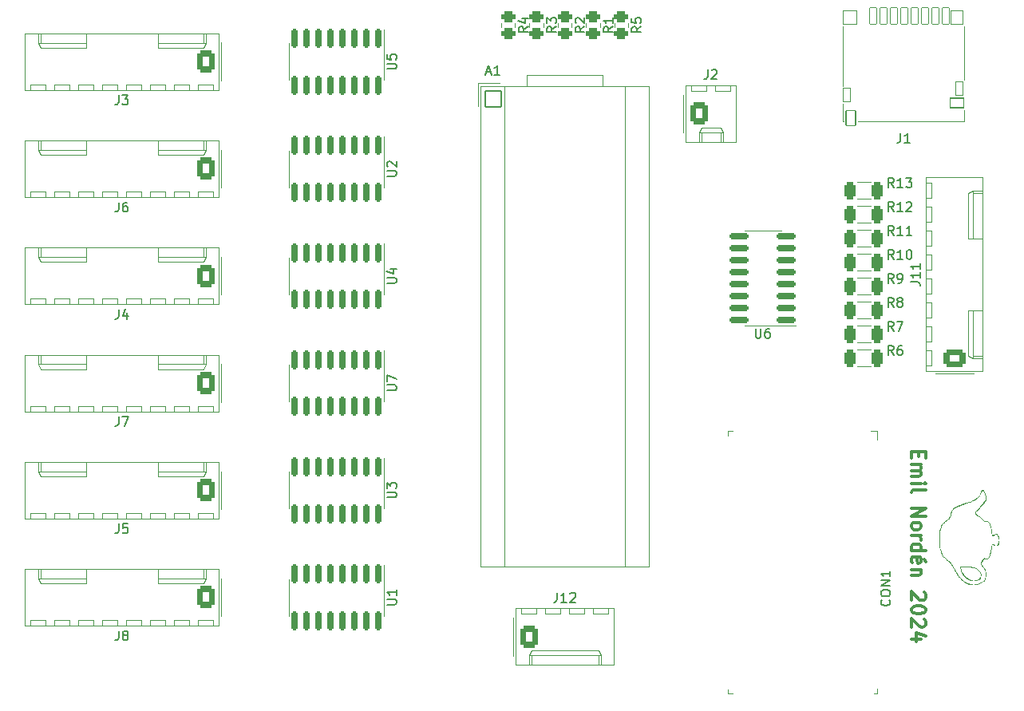
<source format=gto>
%TF.GenerationSoftware,KiCad,Pcbnew,7.0.9*%
%TF.CreationDate,2024-01-13T15:57:46+01:00*%
%TF.ProjectId,daisy-drums,64616973-792d-4647-9275-6d732e6b6963,v02*%
%TF.SameCoordinates,Original*%
%TF.FileFunction,Legend,Top*%
%TF.FilePolarity,Positive*%
%FSLAX46Y46*%
G04 Gerber Fmt 4.6, Leading zero omitted, Abs format (unit mm)*
G04 Created by KiCad (PCBNEW 7.0.9) date 2024-01-13 15:57:46*
%MOMM*%
%LPD*%
G01*
G04 APERTURE LIST*
G04 Aperture macros list*
%AMRoundRect*
0 Rectangle with rounded corners*
0 $1 Rounding radius*
0 $2 $3 $4 $5 $6 $7 $8 $9 X,Y pos of 4 corners*
0 Add a 4 corners polygon primitive as box body*
4,1,4,$2,$3,$4,$5,$6,$7,$8,$9,$2,$3,0*
0 Add four circle primitives for the rounded corners*
1,1,$1+$1,$2,$3*
1,1,$1+$1,$4,$5*
1,1,$1+$1,$6,$7*
1,1,$1+$1,$8,$9*
0 Add four rect primitives between the rounded corners*
20,1,$1+$1,$2,$3,$4,$5,0*
20,1,$1+$1,$4,$5,$6,$7,0*
20,1,$1+$1,$6,$7,$8,$9,0*
20,1,$1+$1,$8,$9,$2,$3,0*%
G04 Aperture macros list end*
%ADD10C,0.300000*%
%ADD11C,0.150000*%
%ADD12C,0.120000*%
%ADD13C,0.100000*%
%ADD14RoundRect,0.300800X-0.450000X0.262500X-0.450000X-0.262500X0.450000X-0.262500X0.450000X0.262500X0*%
%ADD15RoundRect,0.300800X0.312500X0.625000X-0.312500X0.625000X-0.312500X-0.625000X0.312500X-0.625000X0*%
%ADD16RoundRect,0.200800X0.850000X0.150000X-0.850000X0.150000X-0.850000X-0.150000X0.850000X-0.150000X0*%
%ADD17RoundRect,0.050800X-0.850000X-0.850000X0.850000X-0.850000X0.850000X0.850000X-0.850000X0.850000X0*%
%ADD18C,1.801600*%
%ADD19RoundRect,0.200800X-0.150000X0.825000X-0.150000X-0.825000X0.150000X-0.825000X0.150000X0.825000X0*%
%ADD20C,2.301600*%
%ADD21RoundRect,0.300800X-0.620000X-0.845000X0.620000X-0.845000X0.620000X0.845000X-0.620000X0.845000X0*%
%ADD22O,1.841600X2.291600*%
%ADD23RoundRect,0.300800X0.845000X-0.620000X0.845000X0.620000X-0.845000X0.620000X-0.845000X-0.620000X0*%
%ADD24O,2.291600X1.841600*%
%ADD25C,3.351600*%
%ADD26C,3.101600*%
%ADD27RoundRect,0.300800X0.620000X0.845000X-0.620000X0.845000X-0.620000X-0.845000X0.620000X-0.845000X0*%
%ADD28RoundRect,0.050800X0.350000X0.875000X-0.350000X0.875000X-0.350000X-0.875000X0.350000X-0.875000X0*%
%ADD29RoundRect,0.050800X0.725000X0.500000X-0.725000X0.500000X-0.725000X-0.500000X0.725000X-0.500000X0*%
%ADD30RoundRect,0.050800X0.500000X0.775000X-0.500000X0.775000X-0.500000X-0.775000X0.500000X-0.775000X0*%
%ADD31RoundRect,0.050800X0.400000X0.750000X-0.400000X0.750000X-0.400000X-0.750000X0.400000X-0.750000X0*%
%ADD32RoundRect,0.050800X0.650000X0.750000X-0.650000X0.750000X-0.650000X-0.750000X0.650000X-0.750000X0*%
%ADD33RoundRect,0.050800X0.750000X0.750000X-0.750000X0.750000X-0.750000X-0.750000X0.750000X-0.750000X0*%
%ADD34RoundRect,0.050800X0.400000X0.700000X-0.400000X0.700000X-0.400000X-0.700000X0.400000X-0.700000X0*%
G04 APERTURE END LIST*
D10*
X225774885Y-101392510D02*
X225774885Y-101892510D01*
X224989171Y-102106796D02*
X224989171Y-101392510D01*
X224989171Y-101392510D02*
X226489171Y-101392510D01*
X226489171Y-101392510D02*
X226489171Y-102106796D01*
X224989171Y-102749653D02*
X225989171Y-102749653D01*
X225846314Y-102749653D02*
X225917742Y-102821082D01*
X225917742Y-102821082D02*
X225989171Y-102963939D01*
X225989171Y-102963939D02*
X225989171Y-103178225D01*
X225989171Y-103178225D02*
X225917742Y-103321082D01*
X225917742Y-103321082D02*
X225774885Y-103392511D01*
X225774885Y-103392511D02*
X224989171Y-103392511D01*
X225774885Y-103392511D02*
X225917742Y-103463939D01*
X225917742Y-103463939D02*
X225989171Y-103606796D01*
X225989171Y-103606796D02*
X225989171Y-103821082D01*
X225989171Y-103821082D02*
X225917742Y-103963939D01*
X225917742Y-103963939D02*
X225774885Y-104035368D01*
X225774885Y-104035368D02*
X224989171Y-104035368D01*
X224989171Y-104749653D02*
X225989171Y-104749653D01*
X226489171Y-104749653D02*
X226417742Y-104678225D01*
X226417742Y-104678225D02*
X226346314Y-104749653D01*
X226346314Y-104749653D02*
X226417742Y-104821082D01*
X226417742Y-104821082D02*
X226489171Y-104749653D01*
X226489171Y-104749653D02*
X226346314Y-104749653D01*
X224989171Y-105678225D02*
X225060600Y-105535368D01*
X225060600Y-105535368D02*
X225203457Y-105463939D01*
X225203457Y-105463939D02*
X226489171Y-105463939D01*
X224989171Y-107392510D02*
X226489171Y-107392510D01*
X226489171Y-107392510D02*
X224989171Y-108249653D01*
X224989171Y-108249653D02*
X226489171Y-108249653D01*
X224989171Y-109178225D02*
X225060600Y-109035368D01*
X225060600Y-109035368D02*
X225132028Y-108963939D01*
X225132028Y-108963939D02*
X225274885Y-108892511D01*
X225274885Y-108892511D02*
X225703457Y-108892511D01*
X225703457Y-108892511D02*
X225846314Y-108963939D01*
X225846314Y-108963939D02*
X225917742Y-109035368D01*
X225917742Y-109035368D02*
X225989171Y-109178225D01*
X225989171Y-109178225D02*
X225989171Y-109392511D01*
X225989171Y-109392511D02*
X225917742Y-109535368D01*
X225917742Y-109535368D02*
X225846314Y-109606797D01*
X225846314Y-109606797D02*
X225703457Y-109678225D01*
X225703457Y-109678225D02*
X225274885Y-109678225D01*
X225274885Y-109678225D02*
X225132028Y-109606797D01*
X225132028Y-109606797D02*
X225060600Y-109535368D01*
X225060600Y-109535368D02*
X224989171Y-109392511D01*
X224989171Y-109392511D02*
X224989171Y-109178225D01*
X224989171Y-110321082D02*
X225989171Y-110321082D01*
X225703457Y-110321082D02*
X225846314Y-110392511D01*
X225846314Y-110392511D02*
X225917742Y-110463940D01*
X225917742Y-110463940D02*
X225989171Y-110606797D01*
X225989171Y-110606797D02*
X225989171Y-110749654D01*
X224989171Y-111892511D02*
X226489171Y-111892511D01*
X225060600Y-111892511D02*
X224989171Y-111749653D01*
X224989171Y-111749653D02*
X224989171Y-111463939D01*
X224989171Y-111463939D02*
X225060600Y-111321082D01*
X225060600Y-111321082D02*
X225132028Y-111249653D01*
X225132028Y-111249653D02*
X225274885Y-111178225D01*
X225274885Y-111178225D02*
X225703457Y-111178225D01*
X225703457Y-111178225D02*
X225846314Y-111249653D01*
X225846314Y-111249653D02*
X225917742Y-111321082D01*
X225917742Y-111321082D02*
X225989171Y-111463939D01*
X225989171Y-111463939D02*
X225989171Y-111749653D01*
X225989171Y-111749653D02*
X225917742Y-111892511D01*
X225060600Y-113178225D02*
X224989171Y-113035368D01*
X224989171Y-113035368D02*
X224989171Y-112749654D01*
X224989171Y-112749654D02*
X225060600Y-112606796D01*
X225060600Y-112606796D02*
X225203457Y-112535368D01*
X225203457Y-112535368D02*
X225774885Y-112535368D01*
X225774885Y-112535368D02*
X225917742Y-112606796D01*
X225917742Y-112606796D02*
X225989171Y-112749654D01*
X225989171Y-112749654D02*
X225989171Y-113035368D01*
X225989171Y-113035368D02*
X225917742Y-113178225D01*
X225917742Y-113178225D02*
X225774885Y-113249654D01*
X225774885Y-113249654D02*
X225632028Y-113249654D01*
X225632028Y-113249654D02*
X225489171Y-112535368D01*
X226560600Y-113035368D02*
X226346314Y-112821082D01*
X225989171Y-113892510D02*
X224989171Y-113892510D01*
X225846314Y-113892510D02*
X225917742Y-113963939D01*
X225917742Y-113963939D02*
X225989171Y-114106796D01*
X225989171Y-114106796D02*
X225989171Y-114321082D01*
X225989171Y-114321082D02*
X225917742Y-114463939D01*
X225917742Y-114463939D02*
X225774885Y-114535368D01*
X225774885Y-114535368D02*
X224989171Y-114535368D01*
X226346314Y-116321082D02*
X226417742Y-116392510D01*
X226417742Y-116392510D02*
X226489171Y-116535368D01*
X226489171Y-116535368D02*
X226489171Y-116892510D01*
X226489171Y-116892510D02*
X226417742Y-117035368D01*
X226417742Y-117035368D02*
X226346314Y-117106796D01*
X226346314Y-117106796D02*
X226203457Y-117178225D01*
X226203457Y-117178225D02*
X226060600Y-117178225D01*
X226060600Y-117178225D02*
X225846314Y-117106796D01*
X225846314Y-117106796D02*
X224989171Y-116249653D01*
X224989171Y-116249653D02*
X224989171Y-117178225D01*
X226489171Y-118106796D02*
X226489171Y-118249653D01*
X226489171Y-118249653D02*
X226417742Y-118392510D01*
X226417742Y-118392510D02*
X226346314Y-118463939D01*
X226346314Y-118463939D02*
X226203457Y-118535367D01*
X226203457Y-118535367D02*
X225917742Y-118606796D01*
X225917742Y-118606796D02*
X225560600Y-118606796D01*
X225560600Y-118606796D02*
X225274885Y-118535367D01*
X225274885Y-118535367D02*
X225132028Y-118463939D01*
X225132028Y-118463939D02*
X225060600Y-118392510D01*
X225060600Y-118392510D02*
X224989171Y-118249653D01*
X224989171Y-118249653D02*
X224989171Y-118106796D01*
X224989171Y-118106796D02*
X225060600Y-117963939D01*
X225060600Y-117963939D02*
X225132028Y-117892510D01*
X225132028Y-117892510D02*
X225274885Y-117821081D01*
X225274885Y-117821081D02*
X225560600Y-117749653D01*
X225560600Y-117749653D02*
X225917742Y-117749653D01*
X225917742Y-117749653D02*
X226203457Y-117821081D01*
X226203457Y-117821081D02*
X226346314Y-117892510D01*
X226346314Y-117892510D02*
X226417742Y-117963939D01*
X226417742Y-117963939D02*
X226489171Y-118106796D01*
X226346314Y-119178224D02*
X226417742Y-119249652D01*
X226417742Y-119249652D02*
X226489171Y-119392510D01*
X226489171Y-119392510D02*
X226489171Y-119749652D01*
X226489171Y-119749652D02*
X226417742Y-119892510D01*
X226417742Y-119892510D02*
X226346314Y-119963938D01*
X226346314Y-119963938D02*
X226203457Y-120035367D01*
X226203457Y-120035367D02*
X226060600Y-120035367D01*
X226060600Y-120035367D02*
X225846314Y-119963938D01*
X225846314Y-119963938D02*
X224989171Y-119106795D01*
X224989171Y-119106795D02*
X224989171Y-120035367D01*
X225989171Y-121321081D02*
X224989171Y-121321081D01*
X226560600Y-120963938D02*
X225489171Y-120606795D01*
X225489171Y-120606795D02*
X225489171Y-121535366D01*
D11*
X193318819Y-56300666D02*
X192842628Y-56633999D01*
X193318819Y-56872094D02*
X192318819Y-56872094D01*
X192318819Y-56872094D02*
X192318819Y-56491142D01*
X192318819Y-56491142D02*
X192366438Y-56395904D01*
X192366438Y-56395904D02*
X192414057Y-56348285D01*
X192414057Y-56348285D02*
X192509295Y-56300666D01*
X192509295Y-56300666D02*
X192652152Y-56300666D01*
X192652152Y-56300666D02*
X192747390Y-56348285D01*
X192747390Y-56348285D02*
X192795009Y-56395904D01*
X192795009Y-56395904D02*
X192842628Y-56491142D01*
X192842628Y-56491142D02*
X192842628Y-56872094D01*
X193318819Y-55348285D02*
X193318819Y-55919713D01*
X193318819Y-55633999D02*
X192318819Y-55633999D01*
X192318819Y-55633999D02*
X192461676Y-55729237D01*
X192461676Y-55729237D02*
X192556914Y-55824475D01*
X192556914Y-55824475D02*
X192604533Y-55919713D01*
X223131142Y-78432819D02*
X222797809Y-77956628D01*
X222559714Y-78432819D02*
X222559714Y-77432819D01*
X222559714Y-77432819D02*
X222940666Y-77432819D01*
X222940666Y-77432819D02*
X223035904Y-77480438D01*
X223035904Y-77480438D02*
X223083523Y-77528057D01*
X223083523Y-77528057D02*
X223131142Y-77623295D01*
X223131142Y-77623295D02*
X223131142Y-77766152D01*
X223131142Y-77766152D02*
X223083523Y-77861390D01*
X223083523Y-77861390D02*
X223035904Y-77909009D01*
X223035904Y-77909009D02*
X222940666Y-77956628D01*
X222940666Y-77956628D02*
X222559714Y-77956628D01*
X224083523Y-78432819D02*
X223512095Y-78432819D01*
X223797809Y-78432819D02*
X223797809Y-77432819D01*
X223797809Y-77432819D02*
X223702571Y-77575676D01*
X223702571Y-77575676D02*
X223607333Y-77670914D01*
X223607333Y-77670914D02*
X223512095Y-77718533D01*
X225035904Y-78432819D02*
X224464476Y-78432819D01*
X224750190Y-78432819D02*
X224750190Y-77432819D01*
X224750190Y-77432819D02*
X224654952Y-77575676D01*
X224654952Y-77575676D02*
X224559714Y-77670914D01*
X224559714Y-77670914D02*
X224464476Y-77718533D01*
X223099333Y-88592819D02*
X222766000Y-88116628D01*
X222527905Y-88592819D02*
X222527905Y-87592819D01*
X222527905Y-87592819D02*
X222908857Y-87592819D01*
X222908857Y-87592819D02*
X223004095Y-87640438D01*
X223004095Y-87640438D02*
X223051714Y-87688057D01*
X223051714Y-87688057D02*
X223099333Y-87783295D01*
X223099333Y-87783295D02*
X223099333Y-87926152D01*
X223099333Y-87926152D02*
X223051714Y-88021390D01*
X223051714Y-88021390D02*
X223004095Y-88069009D01*
X223004095Y-88069009D02*
X222908857Y-88116628D01*
X222908857Y-88116628D02*
X222527905Y-88116628D01*
X223432667Y-87592819D02*
X224099333Y-87592819D01*
X224099333Y-87592819D02*
X223670762Y-88592819D01*
X208446695Y-88336619D02*
X208446695Y-89146142D01*
X208446695Y-89146142D02*
X208494314Y-89241380D01*
X208494314Y-89241380D02*
X208541933Y-89289000D01*
X208541933Y-89289000D02*
X208637171Y-89336619D01*
X208637171Y-89336619D02*
X208827647Y-89336619D01*
X208827647Y-89336619D02*
X208922885Y-89289000D01*
X208922885Y-89289000D02*
X208970504Y-89241380D01*
X208970504Y-89241380D02*
X209018123Y-89146142D01*
X209018123Y-89146142D02*
X209018123Y-88336619D01*
X209922885Y-88336619D02*
X209732409Y-88336619D01*
X209732409Y-88336619D02*
X209637171Y-88384238D01*
X209637171Y-88384238D02*
X209589552Y-88431857D01*
X209589552Y-88431857D02*
X209494314Y-88574714D01*
X209494314Y-88574714D02*
X209446695Y-88765190D01*
X209446695Y-88765190D02*
X209446695Y-89146142D01*
X209446695Y-89146142D02*
X209494314Y-89241380D01*
X209494314Y-89241380D02*
X209541933Y-89289000D01*
X209541933Y-89289000D02*
X209637171Y-89336619D01*
X209637171Y-89336619D02*
X209827647Y-89336619D01*
X209827647Y-89336619D02*
X209922885Y-89289000D01*
X209922885Y-89289000D02*
X209970504Y-89241380D01*
X209970504Y-89241380D02*
X210018123Y-89146142D01*
X210018123Y-89146142D02*
X210018123Y-88908047D01*
X210018123Y-88908047D02*
X209970504Y-88812809D01*
X209970504Y-88812809D02*
X209922885Y-88765190D01*
X209922885Y-88765190D02*
X209827647Y-88717571D01*
X209827647Y-88717571D02*
X209637171Y-88717571D01*
X209637171Y-88717571D02*
X209541933Y-88765190D01*
X209541933Y-88765190D02*
X209494314Y-88812809D01*
X209494314Y-88812809D02*
X209446695Y-88908047D01*
X179879714Y-61129104D02*
X180355904Y-61129104D01*
X179784476Y-61414819D02*
X180117809Y-60414819D01*
X180117809Y-60414819D02*
X180451142Y-61414819D01*
X181308285Y-61414819D02*
X180736857Y-61414819D01*
X181022571Y-61414819D02*
X181022571Y-60414819D01*
X181022571Y-60414819D02*
X180927333Y-60557676D01*
X180927333Y-60557676D02*
X180832095Y-60652914D01*
X180832095Y-60652914D02*
X180736857Y-60700533D01*
X169354819Y-60781904D02*
X170164342Y-60781904D01*
X170164342Y-60781904D02*
X170259580Y-60734285D01*
X170259580Y-60734285D02*
X170307200Y-60686666D01*
X170307200Y-60686666D02*
X170354819Y-60591428D01*
X170354819Y-60591428D02*
X170354819Y-60400952D01*
X170354819Y-60400952D02*
X170307200Y-60305714D01*
X170307200Y-60305714D02*
X170259580Y-60258095D01*
X170259580Y-60258095D02*
X170164342Y-60210476D01*
X170164342Y-60210476D02*
X169354819Y-60210476D01*
X169354819Y-59258095D02*
X169354819Y-59734285D01*
X169354819Y-59734285D02*
X169831009Y-59781904D01*
X169831009Y-59781904D02*
X169783390Y-59734285D01*
X169783390Y-59734285D02*
X169735771Y-59639047D01*
X169735771Y-59639047D02*
X169735771Y-59400952D01*
X169735771Y-59400952D02*
X169783390Y-59305714D01*
X169783390Y-59305714D02*
X169831009Y-59258095D01*
X169831009Y-59258095D02*
X169926247Y-59210476D01*
X169926247Y-59210476D02*
X170164342Y-59210476D01*
X170164342Y-59210476D02*
X170259580Y-59258095D01*
X170259580Y-59258095D02*
X170307200Y-59305714D01*
X170307200Y-59305714D02*
X170354819Y-59400952D01*
X170354819Y-59400952D02*
X170354819Y-59639047D01*
X170354819Y-59639047D02*
X170307200Y-59734285D01*
X170307200Y-59734285D02*
X170259580Y-59781904D01*
X203374666Y-60866819D02*
X203374666Y-61581104D01*
X203374666Y-61581104D02*
X203327047Y-61723961D01*
X203327047Y-61723961D02*
X203231809Y-61819200D01*
X203231809Y-61819200D02*
X203088952Y-61866819D01*
X203088952Y-61866819D02*
X202993714Y-61866819D01*
X203803238Y-60962057D02*
X203850857Y-60914438D01*
X203850857Y-60914438D02*
X203946095Y-60866819D01*
X203946095Y-60866819D02*
X204184190Y-60866819D01*
X204184190Y-60866819D02*
X204279428Y-60914438D01*
X204279428Y-60914438D02*
X204327047Y-60962057D01*
X204327047Y-60962057D02*
X204374666Y-61057295D01*
X204374666Y-61057295D02*
X204374666Y-61152533D01*
X204374666Y-61152533D02*
X204327047Y-61295390D01*
X204327047Y-61295390D02*
X203755619Y-61866819D01*
X203755619Y-61866819D02*
X204374666Y-61866819D01*
X223131142Y-80972819D02*
X222797809Y-80496628D01*
X222559714Y-80972819D02*
X222559714Y-79972819D01*
X222559714Y-79972819D02*
X222940666Y-79972819D01*
X222940666Y-79972819D02*
X223035904Y-80020438D01*
X223035904Y-80020438D02*
X223083523Y-80068057D01*
X223083523Y-80068057D02*
X223131142Y-80163295D01*
X223131142Y-80163295D02*
X223131142Y-80306152D01*
X223131142Y-80306152D02*
X223083523Y-80401390D01*
X223083523Y-80401390D02*
X223035904Y-80449009D01*
X223035904Y-80449009D02*
X222940666Y-80496628D01*
X222940666Y-80496628D02*
X222559714Y-80496628D01*
X224083523Y-80972819D02*
X223512095Y-80972819D01*
X223797809Y-80972819D02*
X223797809Y-79972819D01*
X223797809Y-79972819D02*
X223702571Y-80115676D01*
X223702571Y-80115676D02*
X223607333Y-80210914D01*
X223607333Y-80210914D02*
X223512095Y-80258533D01*
X224702571Y-79972819D02*
X224797809Y-79972819D01*
X224797809Y-79972819D02*
X224893047Y-80020438D01*
X224893047Y-80020438D02*
X224940666Y-80068057D01*
X224940666Y-80068057D02*
X224988285Y-80163295D01*
X224988285Y-80163295D02*
X225035904Y-80353771D01*
X225035904Y-80353771D02*
X225035904Y-80591866D01*
X225035904Y-80591866D02*
X224988285Y-80782342D01*
X224988285Y-80782342D02*
X224940666Y-80877580D01*
X224940666Y-80877580D02*
X224893047Y-80925200D01*
X224893047Y-80925200D02*
X224797809Y-80972819D01*
X224797809Y-80972819D02*
X224702571Y-80972819D01*
X224702571Y-80972819D02*
X224607333Y-80925200D01*
X224607333Y-80925200D02*
X224559714Y-80877580D01*
X224559714Y-80877580D02*
X224512095Y-80782342D01*
X224512095Y-80782342D02*
X224464476Y-80591866D01*
X224464476Y-80591866D02*
X224464476Y-80353771D01*
X224464476Y-80353771D02*
X224512095Y-80163295D01*
X224512095Y-80163295D02*
X224559714Y-80068057D01*
X224559714Y-80068057D02*
X224607333Y-80020438D01*
X224607333Y-80020438D02*
X224702571Y-79972819D01*
X187404476Y-116365819D02*
X187404476Y-117080104D01*
X187404476Y-117080104D02*
X187356857Y-117222961D01*
X187356857Y-117222961D02*
X187261619Y-117318200D01*
X187261619Y-117318200D02*
X187118762Y-117365819D01*
X187118762Y-117365819D02*
X187023524Y-117365819D01*
X188404476Y-117365819D02*
X187833048Y-117365819D01*
X188118762Y-117365819D02*
X188118762Y-116365819D01*
X188118762Y-116365819D02*
X188023524Y-116508676D01*
X188023524Y-116508676D02*
X187928286Y-116603914D01*
X187928286Y-116603914D02*
X187833048Y-116651533D01*
X188785429Y-116461057D02*
X188833048Y-116413438D01*
X188833048Y-116413438D02*
X188928286Y-116365819D01*
X188928286Y-116365819D02*
X189166381Y-116365819D01*
X189166381Y-116365819D02*
X189261619Y-116413438D01*
X189261619Y-116413438D02*
X189309238Y-116461057D01*
X189309238Y-116461057D02*
X189356857Y-116556295D01*
X189356857Y-116556295D02*
X189356857Y-116651533D01*
X189356857Y-116651533D02*
X189309238Y-116794390D01*
X189309238Y-116794390D02*
X188737810Y-117365819D01*
X188737810Y-117365819D02*
X189356857Y-117365819D01*
X187318819Y-56300666D02*
X186842628Y-56633999D01*
X187318819Y-56872094D02*
X186318819Y-56872094D01*
X186318819Y-56872094D02*
X186318819Y-56491142D01*
X186318819Y-56491142D02*
X186366438Y-56395904D01*
X186366438Y-56395904D02*
X186414057Y-56348285D01*
X186414057Y-56348285D02*
X186509295Y-56300666D01*
X186509295Y-56300666D02*
X186652152Y-56300666D01*
X186652152Y-56300666D02*
X186747390Y-56348285D01*
X186747390Y-56348285D02*
X186795009Y-56395904D01*
X186795009Y-56395904D02*
X186842628Y-56491142D01*
X186842628Y-56491142D02*
X186842628Y-56872094D01*
X186318819Y-55967332D02*
X186318819Y-55348285D01*
X186318819Y-55348285D02*
X186699771Y-55681618D01*
X186699771Y-55681618D02*
X186699771Y-55538761D01*
X186699771Y-55538761D02*
X186747390Y-55443523D01*
X186747390Y-55443523D02*
X186795009Y-55395904D01*
X186795009Y-55395904D02*
X186890247Y-55348285D01*
X186890247Y-55348285D02*
X187128342Y-55348285D01*
X187128342Y-55348285D02*
X187223580Y-55395904D01*
X187223580Y-55395904D02*
X187271200Y-55443523D01*
X187271200Y-55443523D02*
X187318819Y-55538761D01*
X187318819Y-55538761D02*
X187318819Y-55824475D01*
X187318819Y-55824475D02*
X187271200Y-55919713D01*
X187271200Y-55919713D02*
X187223580Y-55967332D01*
X224900019Y-83384923D02*
X225614304Y-83384923D01*
X225614304Y-83384923D02*
X225757161Y-83432542D01*
X225757161Y-83432542D02*
X225852400Y-83527780D01*
X225852400Y-83527780D02*
X225900019Y-83670637D01*
X225900019Y-83670637D02*
X225900019Y-83765875D01*
X225900019Y-82384923D02*
X225900019Y-82956351D01*
X225900019Y-82670637D02*
X224900019Y-82670637D01*
X224900019Y-82670637D02*
X225042876Y-82765875D01*
X225042876Y-82765875D02*
X225138114Y-82861113D01*
X225138114Y-82861113D02*
X225185733Y-82956351D01*
X225900019Y-81432542D02*
X225900019Y-82003970D01*
X225900019Y-81718256D02*
X224900019Y-81718256D01*
X224900019Y-81718256D02*
X225042876Y-81813494D01*
X225042876Y-81813494D02*
X225138114Y-81908732D01*
X225138114Y-81908732D02*
X225185733Y-82003970D01*
X222646580Y-117110285D02*
X222694200Y-117157904D01*
X222694200Y-117157904D02*
X222741819Y-117300761D01*
X222741819Y-117300761D02*
X222741819Y-117395999D01*
X222741819Y-117395999D02*
X222694200Y-117538856D01*
X222694200Y-117538856D02*
X222598961Y-117634094D01*
X222598961Y-117634094D02*
X222503723Y-117681713D01*
X222503723Y-117681713D02*
X222313247Y-117729332D01*
X222313247Y-117729332D02*
X222170390Y-117729332D01*
X222170390Y-117729332D02*
X221979914Y-117681713D01*
X221979914Y-117681713D02*
X221884676Y-117634094D01*
X221884676Y-117634094D02*
X221789438Y-117538856D01*
X221789438Y-117538856D02*
X221741819Y-117395999D01*
X221741819Y-117395999D02*
X221741819Y-117300761D01*
X221741819Y-117300761D02*
X221789438Y-117157904D01*
X221789438Y-117157904D02*
X221837057Y-117110285D01*
X221741819Y-116491237D02*
X221741819Y-116300761D01*
X221741819Y-116300761D02*
X221789438Y-116205523D01*
X221789438Y-116205523D02*
X221884676Y-116110285D01*
X221884676Y-116110285D02*
X222075152Y-116062666D01*
X222075152Y-116062666D02*
X222408485Y-116062666D01*
X222408485Y-116062666D02*
X222598961Y-116110285D01*
X222598961Y-116110285D02*
X222694200Y-116205523D01*
X222694200Y-116205523D02*
X222741819Y-116300761D01*
X222741819Y-116300761D02*
X222741819Y-116491237D01*
X222741819Y-116491237D02*
X222694200Y-116586475D01*
X222694200Y-116586475D02*
X222598961Y-116681713D01*
X222598961Y-116681713D02*
X222408485Y-116729332D01*
X222408485Y-116729332D02*
X222075152Y-116729332D01*
X222075152Y-116729332D02*
X221884676Y-116681713D01*
X221884676Y-116681713D02*
X221789438Y-116586475D01*
X221789438Y-116586475D02*
X221741819Y-116491237D01*
X222741819Y-115634094D02*
X221741819Y-115634094D01*
X221741819Y-115634094D02*
X222741819Y-115062666D01*
X222741819Y-115062666D02*
X221741819Y-115062666D01*
X222741819Y-114062666D02*
X222741819Y-114634094D01*
X222741819Y-114348380D02*
X221741819Y-114348380D01*
X221741819Y-114348380D02*
X221884676Y-114443618D01*
X221884676Y-114443618D02*
X221979914Y-114538856D01*
X221979914Y-114538856D02*
X222027533Y-114634094D01*
X140890666Y-97678819D02*
X140890666Y-98393104D01*
X140890666Y-98393104D02*
X140843047Y-98535961D01*
X140843047Y-98535961D02*
X140747809Y-98631200D01*
X140747809Y-98631200D02*
X140604952Y-98678819D01*
X140604952Y-98678819D02*
X140509714Y-98678819D01*
X141271619Y-97678819D02*
X141938285Y-97678819D01*
X141938285Y-97678819D02*
X141509714Y-98678819D01*
X169354819Y-72149904D02*
X170164342Y-72149904D01*
X170164342Y-72149904D02*
X170259580Y-72102285D01*
X170259580Y-72102285D02*
X170307200Y-72054666D01*
X170307200Y-72054666D02*
X170354819Y-71959428D01*
X170354819Y-71959428D02*
X170354819Y-71768952D01*
X170354819Y-71768952D02*
X170307200Y-71673714D01*
X170307200Y-71673714D02*
X170259580Y-71626095D01*
X170259580Y-71626095D02*
X170164342Y-71578476D01*
X170164342Y-71578476D02*
X169354819Y-71578476D01*
X169450057Y-71149904D02*
X169402438Y-71102285D01*
X169402438Y-71102285D02*
X169354819Y-71007047D01*
X169354819Y-71007047D02*
X169354819Y-70768952D01*
X169354819Y-70768952D02*
X169402438Y-70673714D01*
X169402438Y-70673714D02*
X169450057Y-70626095D01*
X169450057Y-70626095D02*
X169545295Y-70578476D01*
X169545295Y-70578476D02*
X169640533Y-70578476D01*
X169640533Y-70578476D02*
X169783390Y-70626095D01*
X169783390Y-70626095D02*
X170354819Y-71197523D01*
X170354819Y-71197523D02*
X170354819Y-70578476D01*
X190318819Y-56300666D02*
X189842628Y-56633999D01*
X190318819Y-56872094D02*
X189318819Y-56872094D01*
X189318819Y-56872094D02*
X189318819Y-56491142D01*
X189318819Y-56491142D02*
X189366438Y-56395904D01*
X189366438Y-56395904D02*
X189414057Y-56348285D01*
X189414057Y-56348285D02*
X189509295Y-56300666D01*
X189509295Y-56300666D02*
X189652152Y-56300666D01*
X189652152Y-56300666D02*
X189747390Y-56348285D01*
X189747390Y-56348285D02*
X189795009Y-56395904D01*
X189795009Y-56395904D02*
X189842628Y-56491142D01*
X189842628Y-56491142D02*
X189842628Y-56872094D01*
X189414057Y-55919713D02*
X189366438Y-55872094D01*
X189366438Y-55872094D02*
X189318819Y-55776856D01*
X189318819Y-55776856D02*
X189318819Y-55538761D01*
X189318819Y-55538761D02*
X189366438Y-55443523D01*
X189366438Y-55443523D02*
X189414057Y-55395904D01*
X189414057Y-55395904D02*
X189509295Y-55348285D01*
X189509295Y-55348285D02*
X189604533Y-55348285D01*
X189604533Y-55348285D02*
X189747390Y-55395904D01*
X189747390Y-55395904D02*
X190318819Y-55967332D01*
X190318819Y-55967332D02*
X190318819Y-55348285D01*
X223099333Y-91132819D02*
X222766000Y-90656628D01*
X222527905Y-91132819D02*
X222527905Y-90132819D01*
X222527905Y-90132819D02*
X222908857Y-90132819D01*
X222908857Y-90132819D02*
X223004095Y-90180438D01*
X223004095Y-90180438D02*
X223051714Y-90228057D01*
X223051714Y-90228057D02*
X223099333Y-90323295D01*
X223099333Y-90323295D02*
X223099333Y-90466152D01*
X223099333Y-90466152D02*
X223051714Y-90561390D01*
X223051714Y-90561390D02*
X223004095Y-90609009D01*
X223004095Y-90609009D02*
X222908857Y-90656628D01*
X222908857Y-90656628D02*
X222527905Y-90656628D01*
X223956476Y-90132819D02*
X223766000Y-90132819D01*
X223766000Y-90132819D02*
X223670762Y-90180438D01*
X223670762Y-90180438D02*
X223623143Y-90228057D01*
X223623143Y-90228057D02*
X223527905Y-90370914D01*
X223527905Y-90370914D02*
X223480286Y-90561390D01*
X223480286Y-90561390D02*
X223480286Y-90942342D01*
X223480286Y-90942342D02*
X223527905Y-91037580D01*
X223527905Y-91037580D02*
X223575524Y-91085200D01*
X223575524Y-91085200D02*
X223670762Y-91132819D01*
X223670762Y-91132819D02*
X223861238Y-91132819D01*
X223861238Y-91132819D02*
X223956476Y-91085200D01*
X223956476Y-91085200D02*
X224004095Y-91037580D01*
X224004095Y-91037580D02*
X224051714Y-90942342D01*
X224051714Y-90942342D02*
X224051714Y-90704247D01*
X224051714Y-90704247D02*
X224004095Y-90609009D01*
X224004095Y-90609009D02*
X223956476Y-90561390D01*
X223956476Y-90561390D02*
X223861238Y-90513771D01*
X223861238Y-90513771D02*
X223670762Y-90513771D01*
X223670762Y-90513771D02*
X223575524Y-90561390D01*
X223575524Y-90561390D02*
X223527905Y-90609009D01*
X223527905Y-90609009D02*
X223480286Y-90704247D01*
X196318819Y-56300666D02*
X195842628Y-56633999D01*
X196318819Y-56872094D02*
X195318819Y-56872094D01*
X195318819Y-56872094D02*
X195318819Y-56491142D01*
X195318819Y-56491142D02*
X195366438Y-56395904D01*
X195366438Y-56395904D02*
X195414057Y-56348285D01*
X195414057Y-56348285D02*
X195509295Y-56300666D01*
X195509295Y-56300666D02*
X195652152Y-56300666D01*
X195652152Y-56300666D02*
X195747390Y-56348285D01*
X195747390Y-56348285D02*
X195795009Y-56395904D01*
X195795009Y-56395904D02*
X195842628Y-56491142D01*
X195842628Y-56491142D02*
X195842628Y-56872094D01*
X195318819Y-55395904D02*
X195318819Y-55872094D01*
X195318819Y-55872094D02*
X195795009Y-55919713D01*
X195795009Y-55919713D02*
X195747390Y-55872094D01*
X195747390Y-55872094D02*
X195699771Y-55776856D01*
X195699771Y-55776856D02*
X195699771Y-55538761D01*
X195699771Y-55538761D02*
X195747390Y-55443523D01*
X195747390Y-55443523D02*
X195795009Y-55395904D01*
X195795009Y-55395904D02*
X195890247Y-55348285D01*
X195890247Y-55348285D02*
X196128342Y-55348285D01*
X196128342Y-55348285D02*
X196223580Y-55395904D01*
X196223580Y-55395904D02*
X196271200Y-55443523D01*
X196271200Y-55443523D02*
X196318819Y-55538761D01*
X196318819Y-55538761D02*
X196318819Y-55776856D01*
X196318819Y-55776856D02*
X196271200Y-55872094D01*
X196271200Y-55872094D02*
X196223580Y-55919713D01*
X223827266Y-67605619D02*
X223827266Y-68319904D01*
X223827266Y-68319904D02*
X223779647Y-68462761D01*
X223779647Y-68462761D02*
X223684409Y-68558000D01*
X223684409Y-68558000D02*
X223541552Y-68605619D01*
X223541552Y-68605619D02*
X223446314Y-68605619D01*
X224827266Y-68605619D02*
X224255838Y-68605619D01*
X224541552Y-68605619D02*
X224541552Y-67605619D01*
X224541552Y-67605619D02*
X224446314Y-67748476D01*
X224446314Y-67748476D02*
X224351076Y-67843714D01*
X224351076Y-67843714D02*
X224255838Y-67891333D01*
X223099333Y-86052819D02*
X222766000Y-85576628D01*
X222527905Y-86052819D02*
X222527905Y-85052819D01*
X222527905Y-85052819D02*
X222908857Y-85052819D01*
X222908857Y-85052819D02*
X223004095Y-85100438D01*
X223004095Y-85100438D02*
X223051714Y-85148057D01*
X223051714Y-85148057D02*
X223099333Y-85243295D01*
X223099333Y-85243295D02*
X223099333Y-85386152D01*
X223099333Y-85386152D02*
X223051714Y-85481390D01*
X223051714Y-85481390D02*
X223004095Y-85529009D01*
X223004095Y-85529009D02*
X222908857Y-85576628D01*
X222908857Y-85576628D02*
X222527905Y-85576628D01*
X223670762Y-85481390D02*
X223575524Y-85433771D01*
X223575524Y-85433771D02*
X223527905Y-85386152D01*
X223527905Y-85386152D02*
X223480286Y-85290914D01*
X223480286Y-85290914D02*
X223480286Y-85243295D01*
X223480286Y-85243295D02*
X223527905Y-85148057D01*
X223527905Y-85148057D02*
X223575524Y-85100438D01*
X223575524Y-85100438D02*
X223670762Y-85052819D01*
X223670762Y-85052819D02*
X223861238Y-85052819D01*
X223861238Y-85052819D02*
X223956476Y-85100438D01*
X223956476Y-85100438D02*
X224004095Y-85148057D01*
X224004095Y-85148057D02*
X224051714Y-85243295D01*
X224051714Y-85243295D02*
X224051714Y-85290914D01*
X224051714Y-85290914D02*
X224004095Y-85386152D01*
X224004095Y-85386152D02*
X223956476Y-85433771D01*
X223956476Y-85433771D02*
X223861238Y-85481390D01*
X223861238Y-85481390D02*
X223670762Y-85481390D01*
X223670762Y-85481390D02*
X223575524Y-85529009D01*
X223575524Y-85529009D02*
X223527905Y-85576628D01*
X223527905Y-85576628D02*
X223480286Y-85671866D01*
X223480286Y-85671866D02*
X223480286Y-85862342D01*
X223480286Y-85862342D02*
X223527905Y-85957580D01*
X223527905Y-85957580D02*
X223575524Y-86005200D01*
X223575524Y-86005200D02*
X223670762Y-86052819D01*
X223670762Y-86052819D02*
X223861238Y-86052819D01*
X223861238Y-86052819D02*
X223956476Y-86005200D01*
X223956476Y-86005200D02*
X224004095Y-85957580D01*
X224004095Y-85957580D02*
X224051714Y-85862342D01*
X224051714Y-85862342D02*
X224051714Y-85671866D01*
X224051714Y-85671866D02*
X224004095Y-85576628D01*
X224004095Y-85576628D02*
X223956476Y-85529009D01*
X223956476Y-85529009D02*
X223861238Y-85481390D01*
X169354819Y-117621904D02*
X170164342Y-117621904D01*
X170164342Y-117621904D02*
X170259580Y-117574285D01*
X170259580Y-117574285D02*
X170307200Y-117526666D01*
X170307200Y-117526666D02*
X170354819Y-117431428D01*
X170354819Y-117431428D02*
X170354819Y-117240952D01*
X170354819Y-117240952D02*
X170307200Y-117145714D01*
X170307200Y-117145714D02*
X170259580Y-117098095D01*
X170259580Y-117098095D02*
X170164342Y-117050476D01*
X170164342Y-117050476D02*
X169354819Y-117050476D01*
X170354819Y-116050476D02*
X170354819Y-116621904D01*
X170354819Y-116336190D02*
X169354819Y-116336190D01*
X169354819Y-116336190D02*
X169497676Y-116431428D01*
X169497676Y-116431428D02*
X169592914Y-116526666D01*
X169592914Y-116526666D02*
X169640533Y-116621904D01*
X140890666Y-86310819D02*
X140890666Y-87025104D01*
X140890666Y-87025104D02*
X140843047Y-87167961D01*
X140843047Y-87167961D02*
X140747809Y-87263200D01*
X140747809Y-87263200D02*
X140604952Y-87310819D01*
X140604952Y-87310819D02*
X140509714Y-87310819D01*
X141795428Y-86644152D02*
X141795428Y-87310819D01*
X141557333Y-86263200D02*
X141319238Y-86977485D01*
X141319238Y-86977485D02*
X141938285Y-86977485D01*
X169354819Y-94885904D02*
X170164342Y-94885904D01*
X170164342Y-94885904D02*
X170259580Y-94838285D01*
X170259580Y-94838285D02*
X170307200Y-94790666D01*
X170307200Y-94790666D02*
X170354819Y-94695428D01*
X170354819Y-94695428D02*
X170354819Y-94504952D01*
X170354819Y-94504952D02*
X170307200Y-94409714D01*
X170307200Y-94409714D02*
X170259580Y-94362095D01*
X170259580Y-94362095D02*
X170164342Y-94314476D01*
X170164342Y-94314476D02*
X169354819Y-94314476D01*
X169354819Y-93933523D02*
X169354819Y-93266857D01*
X169354819Y-93266857D02*
X170354819Y-93695428D01*
X223131142Y-75892819D02*
X222797809Y-75416628D01*
X222559714Y-75892819D02*
X222559714Y-74892819D01*
X222559714Y-74892819D02*
X222940666Y-74892819D01*
X222940666Y-74892819D02*
X223035904Y-74940438D01*
X223035904Y-74940438D02*
X223083523Y-74988057D01*
X223083523Y-74988057D02*
X223131142Y-75083295D01*
X223131142Y-75083295D02*
X223131142Y-75226152D01*
X223131142Y-75226152D02*
X223083523Y-75321390D01*
X223083523Y-75321390D02*
X223035904Y-75369009D01*
X223035904Y-75369009D02*
X222940666Y-75416628D01*
X222940666Y-75416628D02*
X222559714Y-75416628D01*
X224083523Y-75892819D02*
X223512095Y-75892819D01*
X223797809Y-75892819D02*
X223797809Y-74892819D01*
X223797809Y-74892819D02*
X223702571Y-75035676D01*
X223702571Y-75035676D02*
X223607333Y-75130914D01*
X223607333Y-75130914D02*
X223512095Y-75178533D01*
X224464476Y-74988057D02*
X224512095Y-74940438D01*
X224512095Y-74940438D02*
X224607333Y-74892819D01*
X224607333Y-74892819D02*
X224845428Y-74892819D01*
X224845428Y-74892819D02*
X224940666Y-74940438D01*
X224940666Y-74940438D02*
X224988285Y-74988057D01*
X224988285Y-74988057D02*
X225035904Y-75083295D01*
X225035904Y-75083295D02*
X225035904Y-75178533D01*
X225035904Y-75178533D02*
X224988285Y-75321390D01*
X224988285Y-75321390D02*
X224416857Y-75892819D01*
X224416857Y-75892819D02*
X225035904Y-75892819D01*
X140890666Y-109046819D02*
X140890666Y-109761104D01*
X140890666Y-109761104D02*
X140843047Y-109903961D01*
X140843047Y-109903961D02*
X140747809Y-109999200D01*
X140747809Y-109999200D02*
X140604952Y-110046819D01*
X140604952Y-110046819D02*
X140509714Y-110046819D01*
X141843047Y-109046819D02*
X141366857Y-109046819D01*
X141366857Y-109046819D02*
X141319238Y-109523009D01*
X141319238Y-109523009D02*
X141366857Y-109475390D01*
X141366857Y-109475390D02*
X141462095Y-109427771D01*
X141462095Y-109427771D02*
X141700190Y-109427771D01*
X141700190Y-109427771D02*
X141795428Y-109475390D01*
X141795428Y-109475390D02*
X141843047Y-109523009D01*
X141843047Y-109523009D02*
X141890666Y-109618247D01*
X141890666Y-109618247D02*
X141890666Y-109856342D01*
X141890666Y-109856342D02*
X141843047Y-109951580D01*
X141843047Y-109951580D02*
X141795428Y-109999200D01*
X141795428Y-109999200D02*
X141700190Y-110046819D01*
X141700190Y-110046819D02*
X141462095Y-110046819D01*
X141462095Y-110046819D02*
X141366857Y-109999200D01*
X141366857Y-109999200D02*
X141319238Y-109951580D01*
X140890666Y-120414819D02*
X140890666Y-121129104D01*
X140890666Y-121129104D02*
X140843047Y-121271961D01*
X140843047Y-121271961D02*
X140747809Y-121367200D01*
X140747809Y-121367200D02*
X140604952Y-121414819D01*
X140604952Y-121414819D02*
X140509714Y-121414819D01*
X141509714Y-120843390D02*
X141414476Y-120795771D01*
X141414476Y-120795771D02*
X141366857Y-120748152D01*
X141366857Y-120748152D02*
X141319238Y-120652914D01*
X141319238Y-120652914D02*
X141319238Y-120605295D01*
X141319238Y-120605295D02*
X141366857Y-120510057D01*
X141366857Y-120510057D02*
X141414476Y-120462438D01*
X141414476Y-120462438D02*
X141509714Y-120414819D01*
X141509714Y-120414819D02*
X141700190Y-120414819D01*
X141700190Y-120414819D02*
X141795428Y-120462438D01*
X141795428Y-120462438D02*
X141843047Y-120510057D01*
X141843047Y-120510057D02*
X141890666Y-120605295D01*
X141890666Y-120605295D02*
X141890666Y-120652914D01*
X141890666Y-120652914D02*
X141843047Y-120748152D01*
X141843047Y-120748152D02*
X141795428Y-120795771D01*
X141795428Y-120795771D02*
X141700190Y-120843390D01*
X141700190Y-120843390D02*
X141509714Y-120843390D01*
X141509714Y-120843390D02*
X141414476Y-120891009D01*
X141414476Y-120891009D02*
X141366857Y-120938628D01*
X141366857Y-120938628D02*
X141319238Y-121033866D01*
X141319238Y-121033866D02*
X141319238Y-121224342D01*
X141319238Y-121224342D02*
X141366857Y-121319580D01*
X141366857Y-121319580D02*
X141414476Y-121367200D01*
X141414476Y-121367200D02*
X141509714Y-121414819D01*
X141509714Y-121414819D02*
X141700190Y-121414819D01*
X141700190Y-121414819D02*
X141795428Y-121367200D01*
X141795428Y-121367200D02*
X141843047Y-121319580D01*
X141843047Y-121319580D02*
X141890666Y-121224342D01*
X141890666Y-121224342D02*
X141890666Y-121033866D01*
X141890666Y-121033866D02*
X141843047Y-120938628D01*
X141843047Y-120938628D02*
X141795428Y-120891009D01*
X141795428Y-120891009D02*
X141700190Y-120843390D01*
X140890666Y-74942819D02*
X140890666Y-75657104D01*
X140890666Y-75657104D02*
X140843047Y-75799961D01*
X140843047Y-75799961D02*
X140747809Y-75895200D01*
X140747809Y-75895200D02*
X140604952Y-75942819D01*
X140604952Y-75942819D02*
X140509714Y-75942819D01*
X141795428Y-74942819D02*
X141604952Y-74942819D01*
X141604952Y-74942819D02*
X141509714Y-74990438D01*
X141509714Y-74990438D02*
X141462095Y-75038057D01*
X141462095Y-75038057D02*
X141366857Y-75180914D01*
X141366857Y-75180914D02*
X141319238Y-75371390D01*
X141319238Y-75371390D02*
X141319238Y-75752342D01*
X141319238Y-75752342D02*
X141366857Y-75847580D01*
X141366857Y-75847580D02*
X141414476Y-75895200D01*
X141414476Y-75895200D02*
X141509714Y-75942819D01*
X141509714Y-75942819D02*
X141700190Y-75942819D01*
X141700190Y-75942819D02*
X141795428Y-75895200D01*
X141795428Y-75895200D02*
X141843047Y-75847580D01*
X141843047Y-75847580D02*
X141890666Y-75752342D01*
X141890666Y-75752342D02*
X141890666Y-75514247D01*
X141890666Y-75514247D02*
X141843047Y-75419009D01*
X141843047Y-75419009D02*
X141795428Y-75371390D01*
X141795428Y-75371390D02*
X141700190Y-75323771D01*
X141700190Y-75323771D02*
X141509714Y-75323771D01*
X141509714Y-75323771D02*
X141414476Y-75371390D01*
X141414476Y-75371390D02*
X141366857Y-75419009D01*
X141366857Y-75419009D02*
X141319238Y-75514247D01*
X223099333Y-83512819D02*
X222766000Y-83036628D01*
X222527905Y-83512819D02*
X222527905Y-82512819D01*
X222527905Y-82512819D02*
X222908857Y-82512819D01*
X222908857Y-82512819D02*
X223004095Y-82560438D01*
X223004095Y-82560438D02*
X223051714Y-82608057D01*
X223051714Y-82608057D02*
X223099333Y-82703295D01*
X223099333Y-82703295D02*
X223099333Y-82846152D01*
X223099333Y-82846152D02*
X223051714Y-82941390D01*
X223051714Y-82941390D02*
X223004095Y-82989009D01*
X223004095Y-82989009D02*
X222908857Y-83036628D01*
X222908857Y-83036628D02*
X222527905Y-83036628D01*
X223575524Y-83512819D02*
X223766000Y-83512819D01*
X223766000Y-83512819D02*
X223861238Y-83465200D01*
X223861238Y-83465200D02*
X223908857Y-83417580D01*
X223908857Y-83417580D02*
X224004095Y-83274723D01*
X224004095Y-83274723D02*
X224051714Y-83084247D01*
X224051714Y-83084247D02*
X224051714Y-82703295D01*
X224051714Y-82703295D02*
X224004095Y-82608057D01*
X224004095Y-82608057D02*
X223956476Y-82560438D01*
X223956476Y-82560438D02*
X223861238Y-82512819D01*
X223861238Y-82512819D02*
X223670762Y-82512819D01*
X223670762Y-82512819D02*
X223575524Y-82560438D01*
X223575524Y-82560438D02*
X223527905Y-82608057D01*
X223527905Y-82608057D02*
X223480286Y-82703295D01*
X223480286Y-82703295D02*
X223480286Y-82941390D01*
X223480286Y-82941390D02*
X223527905Y-83036628D01*
X223527905Y-83036628D02*
X223575524Y-83084247D01*
X223575524Y-83084247D02*
X223670762Y-83131866D01*
X223670762Y-83131866D02*
X223861238Y-83131866D01*
X223861238Y-83131866D02*
X223956476Y-83084247D01*
X223956476Y-83084247D02*
X224004095Y-83036628D01*
X224004095Y-83036628D02*
X224051714Y-82941390D01*
X184318819Y-56300666D02*
X183842628Y-56633999D01*
X184318819Y-56872094D02*
X183318819Y-56872094D01*
X183318819Y-56872094D02*
X183318819Y-56491142D01*
X183318819Y-56491142D02*
X183366438Y-56395904D01*
X183366438Y-56395904D02*
X183414057Y-56348285D01*
X183414057Y-56348285D02*
X183509295Y-56300666D01*
X183509295Y-56300666D02*
X183652152Y-56300666D01*
X183652152Y-56300666D02*
X183747390Y-56348285D01*
X183747390Y-56348285D02*
X183795009Y-56395904D01*
X183795009Y-56395904D02*
X183842628Y-56491142D01*
X183842628Y-56491142D02*
X183842628Y-56872094D01*
X183652152Y-55443523D02*
X184318819Y-55443523D01*
X183271200Y-55681618D02*
X183985485Y-55919713D01*
X183985485Y-55919713D02*
X183985485Y-55300666D01*
X223131142Y-73352819D02*
X222797809Y-72876628D01*
X222559714Y-73352819D02*
X222559714Y-72352819D01*
X222559714Y-72352819D02*
X222940666Y-72352819D01*
X222940666Y-72352819D02*
X223035904Y-72400438D01*
X223035904Y-72400438D02*
X223083523Y-72448057D01*
X223083523Y-72448057D02*
X223131142Y-72543295D01*
X223131142Y-72543295D02*
X223131142Y-72686152D01*
X223131142Y-72686152D02*
X223083523Y-72781390D01*
X223083523Y-72781390D02*
X223035904Y-72829009D01*
X223035904Y-72829009D02*
X222940666Y-72876628D01*
X222940666Y-72876628D02*
X222559714Y-72876628D01*
X224083523Y-73352819D02*
X223512095Y-73352819D01*
X223797809Y-73352819D02*
X223797809Y-72352819D01*
X223797809Y-72352819D02*
X223702571Y-72495676D01*
X223702571Y-72495676D02*
X223607333Y-72590914D01*
X223607333Y-72590914D02*
X223512095Y-72638533D01*
X224416857Y-72352819D02*
X225035904Y-72352819D01*
X225035904Y-72352819D02*
X224702571Y-72733771D01*
X224702571Y-72733771D02*
X224845428Y-72733771D01*
X224845428Y-72733771D02*
X224940666Y-72781390D01*
X224940666Y-72781390D02*
X224988285Y-72829009D01*
X224988285Y-72829009D02*
X225035904Y-72924247D01*
X225035904Y-72924247D02*
X225035904Y-73162342D01*
X225035904Y-73162342D02*
X224988285Y-73257580D01*
X224988285Y-73257580D02*
X224940666Y-73305200D01*
X224940666Y-73305200D02*
X224845428Y-73352819D01*
X224845428Y-73352819D02*
X224559714Y-73352819D01*
X224559714Y-73352819D02*
X224464476Y-73305200D01*
X224464476Y-73305200D02*
X224416857Y-73257580D01*
X169354819Y-106253904D02*
X170164342Y-106253904D01*
X170164342Y-106253904D02*
X170259580Y-106206285D01*
X170259580Y-106206285D02*
X170307200Y-106158666D01*
X170307200Y-106158666D02*
X170354819Y-106063428D01*
X170354819Y-106063428D02*
X170354819Y-105872952D01*
X170354819Y-105872952D02*
X170307200Y-105777714D01*
X170307200Y-105777714D02*
X170259580Y-105730095D01*
X170259580Y-105730095D02*
X170164342Y-105682476D01*
X170164342Y-105682476D02*
X169354819Y-105682476D01*
X169354819Y-105301523D02*
X169354819Y-104682476D01*
X169354819Y-104682476D02*
X169735771Y-105015809D01*
X169735771Y-105015809D02*
X169735771Y-104872952D01*
X169735771Y-104872952D02*
X169783390Y-104777714D01*
X169783390Y-104777714D02*
X169831009Y-104730095D01*
X169831009Y-104730095D02*
X169926247Y-104682476D01*
X169926247Y-104682476D02*
X170164342Y-104682476D01*
X170164342Y-104682476D02*
X170259580Y-104730095D01*
X170259580Y-104730095D02*
X170307200Y-104777714D01*
X170307200Y-104777714D02*
X170354819Y-104872952D01*
X170354819Y-104872952D02*
X170354819Y-105158666D01*
X170354819Y-105158666D02*
X170307200Y-105253904D01*
X170307200Y-105253904D02*
X170259580Y-105301523D01*
X140890666Y-63574819D02*
X140890666Y-64289104D01*
X140890666Y-64289104D02*
X140843047Y-64431961D01*
X140843047Y-64431961D02*
X140747809Y-64527200D01*
X140747809Y-64527200D02*
X140604952Y-64574819D01*
X140604952Y-64574819D02*
X140509714Y-64574819D01*
X141271619Y-63574819D02*
X141890666Y-63574819D01*
X141890666Y-63574819D02*
X141557333Y-63955771D01*
X141557333Y-63955771D02*
X141700190Y-63955771D01*
X141700190Y-63955771D02*
X141795428Y-64003390D01*
X141795428Y-64003390D02*
X141843047Y-64051009D01*
X141843047Y-64051009D02*
X141890666Y-64146247D01*
X141890666Y-64146247D02*
X141890666Y-64384342D01*
X141890666Y-64384342D02*
X141843047Y-64479580D01*
X141843047Y-64479580D02*
X141795428Y-64527200D01*
X141795428Y-64527200D02*
X141700190Y-64574819D01*
X141700190Y-64574819D02*
X141414476Y-64574819D01*
X141414476Y-64574819D02*
X141319238Y-64527200D01*
X141319238Y-64527200D02*
X141271619Y-64479580D01*
X169354819Y-83517904D02*
X170164342Y-83517904D01*
X170164342Y-83517904D02*
X170259580Y-83470285D01*
X170259580Y-83470285D02*
X170307200Y-83422666D01*
X170307200Y-83422666D02*
X170354819Y-83327428D01*
X170354819Y-83327428D02*
X170354819Y-83136952D01*
X170354819Y-83136952D02*
X170307200Y-83041714D01*
X170307200Y-83041714D02*
X170259580Y-82994095D01*
X170259580Y-82994095D02*
X170164342Y-82946476D01*
X170164342Y-82946476D02*
X169354819Y-82946476D01*
X169688152Y-82041714D02*
X170354819Y-82041714D01*
X169307200Y-82279809D02*
X170021485Y-82517904D01*
X170021485Y-82517904D02*
X170021485Y-81898857D01*
D12*
%TO.C,R1*%
X191949000Y-55906936D02*
X191949000Y-56361064D01*
X190479000Y-55906936D02*
X190479000Y-56361064D01*
%TO.C,R11*%
X220653464Y-79675400D02*
X219199336Y-79675400D01*
X220653464Y-77855400D02*
X219199336Y-77855400D01*
%TO.C,R7*%
X220653464Y-89835400D02*
X219199336Y-89835400D01*
X220653464Y-88015400D02*
X219199336Y-88015400D01*
%TO.C,U6*%
X209208600Y-88041800D02*
X212708600Y-88041800D01*
X209208600Y-88041800D02*
X207258600Y-88041800D01*
X209208600Y-77921800D02*
X211158600Y-77921800D01*
X209208600Y-77921800D02*
X207258600Y-77921800D01*
%TO.C,A1*%
X179014000Y-62308000D02*
X179014000Y-64708000D01*
X179314000Y-62608000D02*
X197114000Y-62608000D01*
X179314000Y-113608000D02*
X179314000Y-62608000D01*
X181314000Y-62308000D02*
X179014000Y-62308000D01*
X181794000Y-62608000D02*
X181794000Y-113608000D01*
X184214000Y-61408000D02*
X192214000Y-61408000D01*
X184214000Y-62608000D02*
X184214000Y-61408000D01*
X192214000Y-61408000D02*
X192214000Y-62608000D01*
X194594000Y-62608000D02*
X194594000Y-113608000D01*
X197114000Y-62608000D02*
X197114000Y-113608000D01*
X197114000Y-113608000D02*
X179314000Y-113608000D01*
%TO.C,U5*%
X169060000Y-60020000D02*
X169060000Y-56570000D01*
X169060000Y-60020000D02*
X169060000Y-61970000D01*
X158940000Y-60020000D02*
X158940000Y-58070000D01*
X158940000Y-60020000D02*
X158940000Y-61970000D01*
%TO.C,J2*%
X200768000Y-63532000D02*
X200768000Y-67532000D01*
X201058000Y-62502000D02*
X201058000Y-68522000D01*
X201058000Y-68522000D02*
X206358000Y-68522000D01*
X201638000Y-62502000D02*
X201638000Y-63102000D01*
X201638000Y-63102000D02*
X203238000Y-63102000D01*
X202438000Y-67522000D02*
X202688000Y-66992000D01*
X202438000Y-67522000D02*
X204978000Y-67522000D01*
X202438000Y-68522000D02*
X202438000Y-67522000D01*
X202688000Y-66992000D02*
X204728000Y-66992000D01*
X202688000Y-68522000D02*
X202688000Y-67522000D01*
X203238000Y-63102000D02*
X203238000Y-62502000D01*
X204178000Y-62502000D02*
X204178000Y-63102000D01*
X204178000Y-63102000D02*
X205778000Y-63102000D01*
X204728000Y-66992000D02*
X204978000Y-67522000D01*
X204728000Y-68522000D02*
X204728000Y-67522000D01*
X204978000Y-67522000D02*
X204978000Y-68522000D01*
X205778000Y-63102000D02*
X205778000Y-62502000D01*
X206358000Y-62502000D02*
X201058000Y-62502000D01*
X206358000Y-68522000D02*
X206358000Y-62502000D01*
%TO.C,R10*%
X220653464Y-82215400D02*
X219199336Y-82215400D01*
X220653464Y-80395400D02*
X219199336Y-80395400D01*
%TO.C,J12*%
X182734000Y-119031000D02*
X182734000Y-123031000D01*
X183024000Y-118001000D02*
X183024000Y-124021000D01*
X183024000Y-124021000D02*
X193404000Y-124021000D01*
X183604000Y-118001000D02*
X183604000Y-118601000D01*
X183604000Y-118601000D02*
X185204000Y-118601000D01*
X184404000Y-123021000D02*
X184654000Y-122491000D01*
X184404000Y-123021000D02*
X192024000Y-123021000D01*
X184404000Y-124021000D02*
X184404000Y-123021000D01*
X184654000Y-122491000D02*
X191774000Y-122491000D01*
X184654000Y-124021000D02*
X184654000Y-123021000D01*
X185204000Y-118601000D02*
X185204000Y-118001000D01*
X186144000Y-118001000D02*
X186144000Y-118601000D01*
X186144000Y-118601000D02*
X187744000Y-118601000D01*
X187744000Y-118601000D02*
X187744000Y-118001000D01*
X188684000Y-118001000D02*
X188684000Y-118601000D01*
X188684000Y-118601000D02*
X190284000Y-118601000D01*
X190284000Y-118601000D02*
X190284000Y-118001000D01*
X191224000Y-118001000D02*
X191224000Y-118601000D01*
X191224000Y-118601000D02*
X192824000Y-118601000D01*
X191774000Y-122491000D02*
X192024000Y-123021000D01*
X191774000Y-124021000D02*
X191774000Y-123021000D01*
X192024000Y-123021000D02*
X192024000Y-124021000D01*
X192824000Y-118601000D02*
X192824000Y-118001000D01*
X193404000Y-118001000D02*
X183024000Y-118001000D01*
X193404000Y-124021000D02*
X193404000Y-118001000D01*
%TO.C,R3*%
X185949000Y-55906936D02*
X185949000Y-56361064D01*
X184479000Y-55906936D02*
X184479000Y-56361064D01*
%TO.C,J11*%
X227565200Y-93135400D02*
X231565200Y-93135400D01*
X226535200Y-92845400D02*
X232555200Y-92845400D01*
X232555200Y-92845400D02*
X232555200Y-72305400D01*
X226535200Y-92265400D02*
X227135200Y-92265400D01*
X227135200Y-92265400D02*
X227135200Y-90665400D01*
X231555200Y-91465400D02*
X231025200Y-91215400D01*
X231555200Y-91465400D02*
X231555200Y-86385400D01*
X232555200Y-91465400D02*
X231555200Y-91465400D01*
X231025200Y-91215400D02*
X231025200Y-86385400D01*
X232555200Y-91215400D02*
X231555200Y-91215400D01*
X227135200Y-90665400D02*
X226535200Y-90665400D01*
X226535200Y-89725400D02*
X227135200Y-89725400D01*
X227135200Y-89725400D02*
X227135200Y-88125400D01*
X227135200Y-88125400D02*
X226535200Y-88125400D01*
X226535200Y-87185400D02*
X227135200Y-87185400D01*
X227135200Y-87185400D02*
X227135200Y-85585400D01*
X231025200Y-86385400D02*
X231555200Y-86385400D01*
X231555200Y-86385400D02*
X232555200Y-86385400D01*
X227135200Y-85585400D02*
X226535200Y-85585400D01*
X226535200Y-84645400D02*
X227135200Y-84645400D01*
X227135200Y-84645400D02*
X227135200Y-83045400D01*
X227135200Y-83045400D02*
X226535200Y-83045400D01*
X226535200Y-82105400D02*
X227135200Y-82105400D01*
X227135200Y-82105400D02*
X227135200Y-80505400D01*
X227135200Y-80505400D02*
X226535200Y-80505400D01*
X226535200Y-79565400D02*
X227135200Y-79565400D01*
X227135200Y-79565400D02*
X227135200Y-77965400D01*
X231025200Y-78765400D02*
X231555200Y-78765400D01*
X231555200Y-78765400D02*
X232555200Y-78765400D01*
X227135200Y-77965400D02*
X226535200Y-77965400D01*
X226535200Y-77025400D02*
X227135200Y-77025400D01*
X227135200Y-77025400D02*
X227135200Y-75425400D01*
X227135200Y-75425400D02*
X226535200Y-75425400D01*
X226535200Y-74485400D02*
X227135200Y-74485400D01*
X227135200Y-74485400D02*
X227135200Y-72885400D01*
X231025200Y-73935400D02*
X231025200Y-78765400D01*
X232555200Y-73935400D02*
X231555200Y-73935400D01*
X231555200Y-73685400D02*
X231555200Y-78765400D01*
X231555200Y-73685400D02*
X231025200Y-73935400D01*
X232555200Y-73685400D02*
X231555200Y-73685400D01*
X227135200Y-72885400D02*
X226535200Y-72885400D01*
X226535200Y-72305400D02*
X226535200Y-92845400D01*
X232555200Y-72305400D02*
X226535200Y-72305400D01*
D13*
%TO.C,CON1*%
X205557000Y-99166000D02*
X206057000Y-99166000D01*
X205557000Y-99166000D02*
X205557000Y-99666000D01*
X221382000Y-99191000D02*
X220707000Y-99191000D01*
X221382000Y-100091000D02*
X221382000Y-99191000D01*
X221374380Y-126576700D02*
X221374380Y-127051700D01*
X221374380Y-127051700D02*
X220999380Y-127051700D01*
X206044700Y-127061860D02*
X205544700Y-127061860D01*
X205544700Y-127061860D02*
X205544700Y-126586860D01*
D12*
%TO.C,J7*%
X151784000Y-96104000D02*
X151784000Y-92104000D01*
X151494000Y-97134000D02*
X151494000Y-91114000D01*
X151494000Y-91114000D02*
X130954000Y-91114000D01*
X150914000Y-97134000D02*
X150914000Y-96534000D01*
X150914000Y-96534000D02*
X149314000Y-96534000D01*
X150114000Y-92114000D02*
X149864000Y-92644000D01*
X150114000Y-92114000D02*
X145034000Y-92114000D01*
X150114000Y-91114000D02*
X150114000Y-92114000D01*
X149864000Y-92644000D02*
X145034000Y-92644000D01*
X149864000Y-91114000D02*
X149864000Y-92114000D01*
X149314000Y-96534000D02*
X149314000Y-97134000D01*
X148374000Y-97134000D02*
X148374000Y-96534000D01*
X148374000Y-96534000D02*
X146774000Y-96534000D01*
X146774000Y-96534000D02*
X146774000Y-97134000D01*
X145834000Y-97134000D02*
X145834000Y-96534000D01*
X145834000Y-96534000D02*
X144234000Y-96534000D01*
X145034000Y-92644000D02*
X145034000Y-92114000D01*
X145034000Y-92114000D02*
X145034000Y-91114000D01*
X144234000Y-96534000D02*
X144234000Y-97134000D01*
X143294000Y-97134000D02*
X143294000Y-96534000D01*
X143294000Y-96534000D02*
X141694000Y-96534000D01*
X141694000Y-96534000D02*
X141694000Y-97134000D01*
X140754000Y-97134000D02*
X140754000Y-96534000D01*
X140754000Y-96534000D02*
X139154000Y-96534000D01*
X139154000Y-96534000D02*
X139154000Y-97134000D01*
X138214000Y-97134000D02*
X138214000Y-96534000D01*
X138214000Y-96534000D02*
X136614000Y-96534000D01*
X137414000Y-92644000D02*
X137414000Y-92114000D01*
X137414000Y-92114000D02*
X137414000Y-91114000D01*
X136614000Y-96534000D02*
X136614000Y-97134000D01*
X135674000Y-97134000D02*
X135674000Y-96534000D01*
X135674000Y-96534000D02*
X134074000Y-96534000D01*
X134074000Y-96534000D02*
X134074000Y-97134000D01*
X133134000Y-97134000D02*
X133134000Y-96534000D01*
X133134000Y-96534000D02*
X131534000Y-96534000D01*
X132584000Y-92644000D02*
X137414000Y-92644000D01*
X132584000Y-91114000D02*
X132584000Y-92114000D01*
X132334000Y-92114000D02*
X137414000Y-92114000D01*
X132334000Y-92114000D02*
X132584000Y-92644000D01*
X132334000Y-91114000D02*
X132334000Y-92114000D01*
X131534000Y-96534000D02*
X131534000Y-97134000D01*
X130954000Y-97134000D02*
X151494000Y-97134000D01*
X130954000Y-91114000D02*
X130954000Y-97134000D01*
%TO.C,U2*%
X169060000Y-71388000D02*
X169060000Y-67938000D01*
X169060000Y-71388000D02*
X169060000Y-73338000D01*
X158940000Y-71388000D02*
X158940000Y-69438000D01*
X158940000Y-71388000D02*
X158940000Y-73338000D01*
%TO.C,R2*%
X188949000Y-55906936D02*
X188949000Y-56361064D01*
X187479000Y-55906936D02*
X187479000Y-56361064D01*
%TO.C,R6*%
X220653464Y-92375400D02*
X219199336Y-92375400D01*
X220653464Y-90555400D02*
X219199336Y-90555400D01*
%TO.C,R5*%
X194949000Y-55906936D02*
X194949000Y-56361064D01*
X193479000Y-55906936D02*
X193479000Y-56361064D01*
%TO.C,J1*%
X230570600Y-66310800D02*
X219310600Y-66310800D01*
X230570600Y-65150800D02*
X230570600Y-66310800D01*
X230570600Y-61900800D02*
X230570600Y-56300800D01*
X217810600Y-66310800D02*
X217700600Y-66310800D01*
X217700600Y-66310800D02*
X217700600Y-64500800D01*
X217700600Y-62600800D02*
X217700600Y-56300800D01*
%TO.C,R8*%
X220653464Y-87295400D02*
X219199336Y-87295400D01*
X220653464Y-85475400D02*
X219199336Y-85475400D01*
%TO.C,U1*%
X169060000Y-116860000D02*
X169060000Y-113410000D01*
X169060000Y-116860000D02*
X169060000Y-118810000D01*
X158940000Y-116860000D02*
X158940000Y-114910000D01*
X158940000Y-116860000D02*
X158940000Y-118810000D01*
%TO.C,J4*%
X151784000Y-84736000D02*
X151784000Y-80736000D01*
X151494000Y-85766000D02*
X151494000Y-79746000D01*
X151494000Y-79746000D02*
X130954000Y-79746000D01*
X150914000Y-85766000D02*
X150914000Y-85166000D01*
X150914000Y-85166000D02*
X149314000Y-85166000D01*
X150114000Y-80746000D02*
X149864000Y-81276000D01*
X150114000Y-80746000D02*
X145034000Y-80746000D01*
X150114000Y-79746000D02*
X150114000Y-80746000D01*
X149864000Y-81276000D02*
X145034000Y-81276000D01*
X149864000Y-79746000D02*
X149864000Y-80746000D01*
X149314000Y-85166000D02*
X149314000Y-85766000D01*
X148374000Y-85766000D02*
X148374000Y-85166000D01*
X148374000Y-85166000D02*
X146774000Y-85166000D01*
X146774000Y-85166000D02*
X146774000Y-85766000D01*
X145834000Y-85766000D02*
X145834000Y-85166000D01*
X145834000Y-85166000D02*
X144234000Y-85166000D01*
X145034000Y-81276000D02*
X145034000Y-80746000D01*
X145034000Y-80746000D02*
X145034000Y-79746000D01*
X144234000Y-85166000D02*
X144234000Y-85766000D01*
X143294000Y-85766000D02*
X143294000Y-85166000D01*
X143294000Y-85166000D02*
X141694000Y-85166000D01*
X141694000Y-85166000D02*
X141694000Y-85766000D01*
X140754000Y-85766000D02*
X140754000Y-85166000D01*
X140754000Y-85166000D02*
X139154000Y-85166000D01*
X139154000Y-85166000D02*
X139154000Y-85766000D01*
X138214000Y-85766000D02*
X138214000Y-85166000D01*
X138214000Y-85166000D02*
X136614000Y-85166000D01*
X137414000Y-81276000D02*
X137414000Y-80746000D01*
X137414000Y-80746000D02*
X137414000Y-79746000D01*
X136614000Y-85166000D02*
X136614000Y-85766000D01*
X135674000Y-85766000D02*
X135674000Y-85166000D01*
X135674000Y-85166000D02*
X134074000Y-85166000D01*
X134074000Y-85166000D02*
X134074000Y-85766000D01*
X133134000Y-85766000D02*
X133134000Y-85166000D01*
X133134000Y-85166000D02*
X131534000Y-85166000D01*
X132584000Y-81276000D02*
X137414000Y-81276000D01*
X132584000Y-79746000D02*
X132584000Y-80746000D01*
X132334000Y-80746000D02*
X137414000Y-80746000D01*
X132334000Y-80746000D02*
X132584000Y-81276000D01*
X132334000Y-79746000D02*
X132334000Y-80746000D01*
X131534000Y-85166000D02*
X131534000Y-85766000D01*
X130954000Y-85766000D02*
X151494000Y-85766000D01*
X130954000Y-79746000D02*
X130954000Y-85766000D01*
%TO.C,U7*%
X169060000Y-94124000D02*
X169060000Y-90674000D01*
X169060000Y-94124000D02*
X169060000Y-96074000D01*
X158940000Y-94124000D02*
X158940000Y-92174000D01*
X158940000Y-94124000D02*
X158940000Y-96074000D01*
%TO.C,R12*%
X220653464Y-77135400D02*
X219199336Y-77135400D01*
X220653464Y-75315400D02*
X219199336Y-75315400D01*
%TO.C,J5*%
X151784000Y-107472000D02*
X151784000Y-103472000D01*
X151494000Y-108502000D02*
X151494000Y-102482000D01*
X151494000Y-102482000D02*
X130954000Y-102482000D01*
X150914000Y-108502000D02*
X150914000Y-107902000D01*
X150914000Y-107902000D02*
X149314000Y-107902000D01*
X150114000Y-103482000D02*
X149864000Y-104012000D01*
X150114000Y-103482000D02*
X145034000Y-103482000D01*
X150114000Y-102482000D02*
X150114000Y-103482000D01*
X149864000Y-104012000D02*
X145034000Y-104012000D01*
X149864000Y-102482000D02*
X149864000Y-103482000D01*
X149314000Y-107902000D02*
X149314000Y-108502000D01*
X148374000Y-108502000D02*
X148374000Y-107902000D01*
X148374000Y-107902000D02*
X146774000Y-107902000D01*
X146774000Y-107902000D02*
X146774000Y-108502000D01*
X145834000Y-108502000D02*
X145834000Y-107902000D01*
X145834000Y-107902000D02*
X144234000Y-107902000D01*
X145034000Y-104012000D02*
X145034000Y-103482000D01*
X145034000Y-103482000D02*
X145034000Y-102482000D01*
X144234000Y-107902000D02*
X144234000Y-108502000D01*
X143294000Y-108502000D02*
X143294000Y-107902000D01*
X143294000Y-107902000D02*
X141694000Y-107902000D01*
X141694000Y-107902000D02*
X141694000Y-108502000D01*
X140754000Y-108502000D02*
X140754000Y-107902000D01*
X140754000Y-107902000D02*
X139154000Y-107902000D01*
X139154000Y-107902000D02*
X139154000Y-108502000D01*
X138214000Y-108502000D02*
X138214000Y-107902000D01*
X138214000Y-107902000D02*
X136614000Y-107902000D01*
X137414000Y-104012000D02*
X137414000Y-103482000D01*
X137414000Y-103482000D02*
X137414000Y-102482000D01*
X136614000Y-107902000D02*
X136614000Y-108502000D01*
X135674000Y-108502000D02*
X135674000Y-107902000D01*
X135674000Y-107902000D02*
X134074000Y-107902000D01*
X134074000Y-107902000D02*
X134074000Y-108502000D01*
X133134000Y-108502000D02*
X133134000Y-107902000D01*
X133134000Y-107902000D02*
X131534000Y-107902000D01*
X132584000Y-104012000D02*
X137414000Y-104012000D01*
X132584000Y-102482000D02*
X132584000Y-103482000D01*
X132334000Y-103482000D02*
X137414000Y-103482000D01*
X132334000Y-103482000D02*
X132584000Y-104012000D01*
X132334000Y-102482000D02*
X132334000Y-103482000D01*
X131534000Y-107902000D02*
X131534000Y-108502000D01*
X130954000Y-108502000D02*
X151494000Y-108502000D01*
X130954000Y-102482000D02*
X130954000Y-108502000D01*
%TO.C,J8*%
X151784000Y-118840000D02*
X151784000Y-114840000D01*
X151494000Y-119870000D02*
X151494000Y-113850000D01*
X151494000Y-113850000D02*
X130954000Y-113850000D01*
X150914000Y-119870000D02*
X150914000Y-119270000D01*
X150914000Y-119270000D02*
X149314000Y-119270000D01*
X150114000Y-114850000D02*
X149864000Y-115380000D01*
X150114000Y-114850000D02*
X145034000Y-114850000D01*
X150114000Y-113850000D02*
X150114000Y-114850000D01*
X149864000Y-115380000D02*
X145034000Y-115380000D01*
X149864000Y-113850000D02*
X149864000Y-114850000D01*
X149314000Y-119270000D02*
X149314000Y-119870000D01*
X148374000Y-119870000D02*
X148374000Y-119270000D01*
X148374000Y-119270000D02*
X146774000Y-119270000D01*
X146774000Y-119270000D02*
X146774000Y-119870000D01*
X145834000Y-119870000D02*
X145834000Y-119270000D01*
X145834000Y-119270000D02*
X144234000Y-119270000D01*
X145034000Y-115380000D02*
X145034000Y-114850000D01*
X145034000Y-114850000D02*
X145034000Y-113850000D01*
X144234000Y-119270000D02*
X144234000Y-119870000D01*
X143294000Y-119870000D02*
X143294000Y-119270000D01*
X143294000Y-119270000D02*
X141694000Y-119270000D01*
X141694000Y-119270000D02*
X141694000Y-119870000D01*
X140754000Y-119870000D02*
X140754000Y-119270000D01*
X140754000Y-119270000D02*
X139154000Y-119270000D01*
X139154000Y-119270000D02*
X139154000Y-119870000D01*
X138214000Y-119870000D02*
X138214000Y-119270000D01*
X138214000Y-119270000D02*
X136614000Y-119270000D01*
X137414000Y-115380000D02*
X137414000Y-114850000D01*
X137414000Y-114850000D02*
X137414000Y-113850000D01*
X136614000Y-119270000D02*
X136614000Y-119870000D01*
X135674000Y-119870000D02*
X135674000Y-119270000D01*
X135674000Y-119270000D02*
X134074000Y-119270000D01*
X134074000Y-119270000D02*
X134074000Y-119870000D01*
X133134000Y-119870000D02*
X133134000Y-119270000D01*
X133134000Y-119270000D02*
X131534000Y-119270000D01*
X132584000Y-115380000D02*
X137414000Y-115380000D01*
X132584000Y-113850000D02*
X132584000Y-114850000D01*
X132334000Y-114850000D02*
X137414000Y-114850000D01*
X132334000Y-114850000D02*
X132584000Y-115380000D01*
X132334000Y-113850000D02*
X132334000Y-114850000D01*
X131534000Y-119270000D02*
X131534000Y-119870000D01*
X130954000Y-119870000D02*
X151494000Y-119870000D01*
X130954000Y-113850000D02*
X130954000Y-119870000D01*
%TO.C,G\u002A\u002A\u002A*%
G36*
X230288017Y-113597882D02*
G01*
X230295143Y-113598002D01*
X230369352Y-113602200D01*
X230455409Y-113609354D01*
X230468870Y-113610661D01*
X230628991Y-113621905D01*
X230808534Y-113625467D01*
X231014536Y-113621477D01*
X231026438Y-113621053D01*
X231143103Y-113617050D01*
X231232062Y-113614982D01*
X231300250Y-113615279D01*
X231354605Y-113618370D01*
X231402063Y-113624684D01*
X231449559Y-113634651D01*
X231504031Y-113648699D01*
X231513186Y-113651172D01*
X231597665Y-113673044D01*
X231684045Y-113693755D01*
X231756844Y-113709634D01*
X231772503Y-113712679D01*
X231850390Y-113732584D01*
X231932990Y-113761672D01*
X231971221Y-113778522D01*
X232052132Y-113829090D01*
X232138998Y-113901301D01*
X232222421Y-113985704D01*
X232293003Y-114072852D01*
X232338986Y-114148293D01*
X232387805Y-114278759D01*
X232414435Y-114416644D01*
X232418429Y-114553221D01*
X232399341Y-114679767D01*
X232370364Y-114761245D01*
X232319696Y-114840445D01*
X232245657Y-114920081D01*
X232158166Y-114990892D01*
X232068493Y-115043005D01*
X231934956Y-115090305D01*
X231781469Y-115121752D01*
X231619525Y-115136108D01*
X231460621Y-115132134D01*
X231363424Y-115118951D01*
X231224926Y-115078558D01*
X231078515Y-115010100D01*
X230929470Y-114917580D01*
X230783070Y-114804999D01*
X230644595Y-114676363D01*
X230519322Y-114535672D01*
X230426349Y-114408361D01*
X230335974Y-114256817D01*
X230270792Y-114111881D01*
X230226654Y-113961690D01*
X230199408Y-113794376D01*
X230194471Y-113745416D01*
X230193685Y-113735188D01*
X230273106Y-113735188D01*
X230277776Y-113796530D01*
X230289727Y-113870092D01*
X230299294Y-113912130D01*
X230365369Y-114101262D01*
X230463663Y-114288488D01*
X230591779Y-114469851D01*
X230731903Y-114626104D01*
X230888602Y-114767598D01*
X231050159Y-114883869D01*
X231213126Y-114973162D01*
X231374053Y-115033720D01*
X231529494Y-115063788D01*
X231597486Y-115066900D01*
X231688127Y-115059215D01*
X231794512Y-115039151D01*
X231901560Y-115010209D01*
X231994189Y-114975890D01*
X231999142Y-114973653D01*
X232114548Y-114905062D01*
X232212394Y-114815540D01*
X232287512Y-114711268D01*
X232334736Y-114598425D01*
X232342938Y-114562477D01*
X232345598Y-114460189D01*
X232320980Y-114347140D01*
X232271842Y-114229899D01*
X232200942Y-114115034D01*
X232111037Y-114009113D01*
X232110254Y-114008325D01*
X231990030Y-113904526D01*
X231865088Y-113831947D01*
X231729270Y-113787160D01*
X231703151Y-113781777D01*
X231631513Y-113766827D01*
X231545775Y-113746944D01*
X231469420Y-113727707D01*
X231426567Y-113717329D01*
X231382093Y-113709142D01*
X231331124Y-113702848D01*
X231268786Y-113698151D01*
X231190207Y-113694753D01*
X231090512Y-113692357D01*
X230964827Y-113690666D01*
X230845256Y-113689643D01*
X230715977Y-113688244D01*
X230596571Y-113686084D01*
X230491858Y-113683320D01*
X230406655Y-113680107D01*
X230345778Y-113676601D01*
X230314045Y-113672956D01*
X230312116Y-113672414D01*
X230288017Y-113666742D01*
X230276652Y-113677201D01*
X230273279Y-113711421D01*
X230273106Y-113735188D01*
X230193685Y-113735188D01*
X230189199Y-113676783D01*
X230189245Y-113634935D01*
X230195548Y-113612263D01*
X230209044Y-113601153D01*
X230212409Y-113599756D01*
X230240317Y-113597081D01*
X230288017Y-113597882D01*
G37*
G36*
X232559827Y-105411094D02*
G01*
X232610990Y-105416927D01*
X232652722Y-105440863D01*
X232660799Y-105449010D01*
X232701566Y-105505670D01*
X232747128Y-105589524D01*
X232794775Y-105693911D01*
X232841799Y-105812171D01*
X232885490Y-105937644D01*
X232923139Y-106063669D01*
X232943235Y-106143367D01*
X232969229Y-106289677D01*
X232973492Y-106411857D01*
X232955890Y-106512904D01*
X232923769Y-106584205D01*
X232884615Y-106641580D01*
X232825418Y-106719699D01*
X232749965Y-106814116D01*
X232662044Y-106920385D01*
X232565442Y-107034059D01*
X232463945Y-107150691D01*
X232361340Y-107265835D01*
X232261414Y-107375044D01*
X232167953Y-107473873D01*
X232152494Y-107489822D01*
X232071514Y-107573748D01*
X231998007Y-107651325D01*
X231935709Y-107718496D01*
X231888358Y-107771204D01*
X231859690Y-107805393D01*
X231853415Y-107814491D01*
X231834724Y-107883427D01*
X231844441Y-107954177D01*
X231868342Y-107998267D01*
X231900762Y-108028680D01*
X231953110Y-108066824D01*
X232014394Y-108104731D01*
X232017979Y-108106748D01*
X232187346Y-108209869D01*
X232345169Y-108322349D01*
X232486384Y-108439868D01*
X232605928Y-108558101D01*
X232698741Y-108672727D01*
X232721827Y-108707711D01*
X232737749Y-108730797D01*
X232755907Y-108745078D01*
X232784355Y-108752665D01*
X232831150Y-108755672D01*
X232904346Y-108756211D01*
X232906772Y-108756211D01*
X233036390Y-108764767D01*
X233141309Y-108792675D01*
X233227596Y-108843293D01*
X233301321Y-108919980D01*
X233357116Y-109005476D01*
X233387599Y-109071424D01*
X233419245Y-109160448D01*
X233448762Y-109261237D01*
X233472860Y-109362478D01*
X233488248Y-109452860D01*
X233488923Y-109458571D01*
X233498163Y-109529145D01*
X233511129Y-109615423D01*
X233525060Y-109699048D01*
X233525429Y-109701126D01*
X233538737Y-109781057D01*
X233553811Y-109879465D01*
X233568250Y-109980403D01*
X233574487Y-110026892D01*
X233588269Y-110115367D01*
X233604183Y-110190058D01*
X233620316Y-110242708D01*
X233628122Y-110258578D01*
X233657359Y-110303199D01*
X233729362Y-110232710D01*
X233823550Y-110158718D01*
X233918141Y-110118430D01*
X234010411Y-110111016D01*
X234097639Y-110135648D01*
X234177102Y-110191493D01*
X234246075Y-110277723D01*
X234301837Y-110393508D01*
X234307354Y-110408896D01*
X234323520Y-110479194D01*
X234333982Y-110574099D01*
X234338733Y-110684014D01*
X234337764Y-110799340D01*
X234331067Y-110910479D01*
X234318634Y-111007834D01*
X234307910Y-111057549D01*
X234267941Y-111177917D01*
X234218400Y-111280203D01*
X234162877Y-111357538D01*
X234138976Y-111380642D01*
X234070013Y-111416934D01*
X233986100Y-111425660D01*
X233892154Y-111407676D01*
X233793092Y-111363835D01*
X233706785Y-111305496D01*
X233660104Y-111274189D01*
X233625520Y-111266746D01*
X233600572Y-111285648D01*
X233582800Y-111333375D01*
X233569744Y-111412408D01*
X233565867Y-111447586D01*
X233553981Y-111539985D01*
X233536714Y-111644776D01*
X233517583Y-111740837D01*
X233515532Y-111749895D01*
X233496973Y-111832371D01*
X233474685Y-111934074D01*
X233451875Y-112040255D01*
X233436954Y-112111092D01*
X233409174Y-112238637D01*
X233383743Y-112340359D01*
X233357937Y-112424736D01*
X233329028Y-112500245D01*
X233294292Y-112575365D01*
X233276283Y-112610817D01*
X233220901Y-112703676D01*
X233163810Y-112766981D01*
X233098611Y-112805538D01*
X233018906Y-112824151D01*
X232988738Y-112826712D01*
X232912136Y-112826765D01*
X232853711Y-112814787D01*
X232817134Y-112798772D01*
X232751810Y-112764688D01*
X232731855Y-112801973D01*
X232711980Y-112829450D01*
X232673726Y-112874790D01*
X232623040Y-112931145D01*
X232578516Y-112978537D01*
X232496226Y-113068447D01*
X232439981Y-113139607D01*
X232408269Y-113194313D01*
X232399577Y-113234863D01*
X232401887Y-113246723D01*
X232416434Y-113272360D01*
X232446726Y-113316073D01*
X232486612Y-113369049D01*
X232492654Y-113376757D01*
X232628140Y-113563154D01*
X232742528Y-113750518D01*
X232832773Y-113933280D01*
X232895834Y-114105868D01*
X232901076Y-114124342D01*
X232929139Y-114271794D01*
X232939234Y-114437096D01*
X232931206Y-114608346D01*
X232909337Y-114753006D01*
X232886390Y-114857421D01*
X232863230Y-114938258D01*
X232834978Y-115002811D01*
X232796752Y-115058371D01*
X232743674Y-115112230D01*
X232670861Y-115171682D01*
X232587713Y-115233593D01*
X232390529Y-115358011D01*
X232180349Y-115453968D01*
X231961347Y-115520737D01*
X231737695Y-115557593D01*
X231513566Y-115563807D01*
X231293133Y-115538655D01*
X231108716Y-115491059D01*
X230945823Y-115425183D01*
X230772524Y-115333340D01*
X230595341Y-115219826D01*
X230420792Y-115088937D01*
X230255400Y-114944971D01*
X230202474Y-114893870D01*
X230084035Y-114770930D01*
X229985525Y-114655105D01*
X229899425Y-114536071D01*
X229818215Y-114403504D01*
X229741497Y-114260989D01*
X229697865Y-114177363D01*
X229652614Y-114093550D01*
X229603152Y-114005088D01*
X229546887Y-113907511D01*
X229481228Y-113796358D01*
X229403581Y-113667163D01*
X229311355Y-113515462D01*
X229256309Y-113425440D01*
X229201447Y-113338311D01*
X229154750Y-113272012D01*
X229107914Y-113216854D01*
X229052633Y-113163152D01*
X228980604Y-113101219D01*
X228972764Y-113094701D01*
X228899119Y-113031337D01*
X228824271Y-112963036D01*
X228752773Y-112894405D01*
X228689177Y-112830053D01*
X228638037Y-112774588D01*
X228603904Y-112732619D01*
X228591332Y-112708752D01*
X228591331Y-112708614D01*
X228577010Y-112694415D01*
X228560990Y-112691846D01*
X228525934Y-112683052D01*
X228481847Y-112661774D01*
X228478635Y-112659836D01*
X228384787Y-112583406D01*
X228298036Y-112474680D01*
X228218987Y-112335428D01*
X228148249Y-112167418D01*
X228086430Y-111972417D01*
X228034137Y-111752194D01*
X227991977Y-111508517D01*
X227960558Y-111243154D01*
X227950503Y-111122832D01*
X227942124Y-110972621D01*
X227937136Y-110802887D01*
X227936806Y-110766211D01*
X228005610Y-110766211D01*
X228019854Y-111053481D01*
X228046468Y-111327624D01*
X228084084Y-111580841D01*
X228132094Y-111811365D01*
X228189892Y-112017427D01*
X228256870Y-112197260D01*
X228332420Y-112349093D01*
X228415934Y-112471161D01*
X228506805Y-112561693D01*
X228547986Y-112590484D01*
X228591969Y-112612411D01*
X228628405Y-112622432D01*
X228630341Y-112622494D01*
X228656077Y-112630433D01*
X228660683Y-112639263D01*
X228673004Y-112662915D01*
X228706934Y-112704719D01*
X228757920Y-112760066D01*
X228821409Y-112824349D01*
X228892848Y-112892959D01*
X228967684Y-112961288D01*
X229041366Y-113024727D01*
X229042116Y-113025350D01*
X229116123Y-113088540D01*
X229172611Y-113142599D01*
X229219882Y-113197213D01*
X229266242Y-113262068D01*
X229319995Y-113346852D01*
X229325661Y-113356088D01*
X229426565Y-113521371D01*
X229511532Y-113661808D01*
X229583152Y-113781863D01*
X229644019Y-113886001D01*
X229696724Y-113978684D01*
X229743859Y-114064378D01*
X229788017Y-114147545D01*
X229810849Y-114191638D01*
X229894192Y-114345728D01*
X229975520Y-114476804D01*
X230062351Y-114595189D01*
X230162205Y-114711208D01*
X230271825Y-114824519D01*
X230467034Y-115002202D01*
X230669241Y-115155649D01*
X230875065Y-115282957D01*
X231081123Y-115382226D01*
X231284035Y-115451554D01*
X231445871Y-115484749D01*
X231609803Y-115492489D01*
X231787326Y-115473888D01*
X231971959Y-115430884D01*
X232157223Y-115365413D01*
X232336638Y-115279410D01*
X232503722Y-115174814D01*
X232518362Y-115164242D01*
X232612299Y-115094001D01*
X232682259Y-115035693D01*
X232733123Y-114982027D01*
X232769771Y-114925708D01*
X232797085Y-114859444D01*
X232819944Y-114775943D01*
X232839996Y-114683655D01*
X232862352Y-114548866D01*
X232868257Y-114430873D01*
X232857449Y-114315807D01*
X232830702Y-114193694D01*
X232774378Y-114028706D01*
X232690752Y-113852111D01*
X232582760Y-113669273D01*
X232453338Y-113485555D01*
X232418101Y-113440270D01*
X232370231Y-113375947D01*
X232341661Y-113325275D01*
X232327067Y-113277493D01*
X232323025Y-113248090D01*
X232322178Y-113190893D01*
X232333661Y-113138071D01*
X232360796Y-113083437D01*
X232406905Y-113020802D01*
X232475311Y-112943979D01*
X232500617Y-112917303D01*
X232557872Y-112855993D01*
X232610018Y-112797409D01*
X232649608Y-112750044D01*
X232663981Y-112730921D01*
X232700245Y-112691369D01*
X232741932Y-112676433D01*
X232795764Y-112685713D01*
X232868358Y-112718754D01*
X232946026Y-112746960D01*
X233016994Y-112744181D01*
X233083025Y-112709493D01*
X233145882Y-112641972D01*
X233206932Y-112541465D01*
X233245131Y-112463799D01*
X233276291Y-112389510D01*
X233303139Y-112310118D01*
X233328400Y-112217146D01*
X233354800Y-112102116D01*
X233367602Y-112041740D01*
X233388804Y-111941451D01*
X233411791Y-111835039D01*
X233433355Y-111737252D01*
X233446181Y-111680544D01*
X233465302Y-111586714D01*
X233482943Y-111481849D01*
X233495588Y-111387070D01*
X233496516Y-111378234D01*
X233507728Y-111292859D01*
X233523588Y-111236428D01*
X233548369Y-111203213D01*
X233586347Y-111187485D01*
X233641796Y-111183515D01*
X233641809Y-111183515D01*
X233705089Y-111193838D01*
X233766490Y-111228697D01*
X233775819Y-111235894D01*
X233834490Y-111276181D01*
X233901964Y-111314138D01*
X233923517Y-111324352D01*
X233972157Y-111344898D01*
X234001764Y-111351520D01*
X234024960Y-111344454D01*
X234050595Y-111326727D01*
X234120260Y-111255668D01*
X234178021Y-111158409D01*
X234222671Y-111041736D01*
X234253002Y-110912433D01*
X234267805Y-110777287D01*
X234265872Y-110643083D01*
X234245995Y-110516606D01*
X234212598Y-110416854D01*
X234165624Y-110332605D01*
X234107491Y-110260315D01*
X234046602Y-110210126D01*
X234036703Y-110204584D01*
X234002418Y-110190999D01*
X233970042Y-110192750D01*
X233923894Y-110210823D01*
X233921737Y-110211809D01*
X233869374Y-110243254D01*
X233812191Y-110288438D01*
X233784843Y-110314554D01*
X233723329Y-110366323D01*
X233667189Y-110385654D01*
X233612397Y-110373481D01*
X233589826Y-110359912D01*
X233556324Y-110322194D01*
X233531275Y-110259849D01*
X233513258Y-110168810D01*
X233507966Y-110125904D01*
X233497486Y-110041170D01*
X233482412Y-109935046D01*
X233464103Y-109815748D01*
X233443922Y-109691491D01*
X233423231Y-109570493D01*
X233403391Y-109460967D01*
X233385764Y-109371131D01*
X233374350Y-109319692D01*
X233324340Y-109159981D01*
X233259452Y-109031347D01*
X233179448Y-108933432D01*
X233084087Y-108865880D01*
X233064505Y-108856577D01*
X233018740Y-108839197D01*
X232973311Y-108830281D01*
X232916589Y-108828606D01*
X232838709Y-108832819D01*
X232690933Y-108843553D01*
X232657791Y-108786879D01*
X232582599Y-108680621D01*
X232479297Y-108568139D01*
X232352826Y-108453688D01*
X232208129Y-108341526D01*
X232050149Y-108235908D01*
X231948627Y-108176099D01*
X231868416Y-108127869D01*
X231815133Y-108084718D01*
X231783511Y-108038851D01*
X231768280Y-107982473D01*
X231764172Y-107907790D01*
X231764164Y-107903177D01*
X231766978Y-107836408D01*
X231774335Y-107779092D01*
X231784063Y-107745140D01*
X231801570Y-107722153D01*
X231839697Y-107678543D01*
X231894709Y-107618367D01*
X231962868Y-107545681D01*
X232040439Y-107464542D01*
X232083142Y-107420470D01*
X232173202Y-107325910D01*
X232270415Y-107220280D01*
X232371079Y-107107926D01*
X232471492Y-106993194D01*
X232567952Y-106880429D01*
X232656758Y-106773978D01*
X232734207Y-106678186D01*
X232796597Y-106597399D01*
X232840227Y-106535963D01*
X232850507Y-106519624D01*
X232877362Y-106467203D01*
X232896299Y-106417353D01*
X232897993Y-106410885D01*
X232900046Y-106356401D01*
X232888819Y-106277207D01*
X232866523Y-106179617D01*
X232835365Y-106069944D01*
X232797554Y-105954503D01*
X232755301Y-105839609D01*
X232710813Y-105731574D01*
X232666299Y-105636713D01*
X232623969Y-105561341D01*
X232586032Y-105511771D01*
X232582158Y-105508107D01*
X232559827Y-105490371D01*
X232543263Y-105490836D01*
X232523587Y-105513687D01*
X232503151Y-105545332D01*
X232479359Y-105590925D01*
X232449705Y-105659235D01*
X232418522Y-105739835D01*
X232397845Y-105798757D01*
X232357724Y-105911223D01*
X232318515Y-106000178D01*
X232273794Y-106076004D01*
X232217136Y-106149081D01*
X232142117Y-106229790D01*
X232112867Y-106259239D01*
X231934684Y-106415180D01*
X231730465Y-106555802D01*
X231506841Y-106677422D01*
X231270442Y-106776357D01*
X231070648Y-106838250D01*
X230869160Y-106894846D01*
X230651373Y-106963317D01*
X230426797Y-107040241D01*
X230204942Y-107122194D01*
X229995319Y-107205754D01*
X229807438Y-107287498D01*
X229756736Y-107311155D01*
X229618449Y-107388008D01*
X229503354Y-107477781D01*
X229408975Y-107584192D01*
X229332840Y-107710961D01*
X229272473Y-107861806D01*
X229225399Y-108040447D01*
X229206664Y-108137940D01*
X229191894Y-108212909D01*
X229175586Y-108279686D01*
X229160555Y-108327186D01*
X229156054Y-108337325D01*
X229131900Y-108371382D01*
X229087708Y-108422380D01*
X229028283Y-108485688D01*
X228958429Y-108556679D01*
X228882949Y-108630725D01*
X228806649Y-108703195D01*
X228734331Y-108769463D01*
X228670800Y-108824898D01*
X228620860Y-108864873D01*
X228589315Y-108884759D01*
X228587056Y-108885557D01*
X228528423Y-108915970D01*
X228461294Y-108971562D01*
X228391468Y-109045919D01*
X228324746Y-109132628D01*
X228266927Y-109225274D01*
X228249288Y-109259088D01*
X228170108Y-109450011D01*
X228105814Y-109669269D01*
X228056811Y-109913690D01*
X228023506Y-110180102D01*
X228006304Y-110465333D01*
X228005610Y-110766211D01*
X227936806Y-110766211D01*
X227935530Y-110624378D01*
X227937300Y-110447844D01*
X227942436Y-110284034D01*
X227950932Y-110143698D01*
X227951209Y-110140328D01*
X227981662Y-109875133D01*
X228026847Y-109634676D01*
X228086252Y-109420472D01*
X228159367Y-109234035D01*
X228245679Y-109076881D01*
X228344677Y-108950522D01*
X228357237Y-108937649D01*
X228412670Y-108886763D01*
X228466627Y-108844880D01*
X228509432Y-108819322D01*
X228517704Y-108816205D01*
X228546794Y-108798962D01*
X228594837Y-108761089D01*
X228657032Y-108707217D01*
X228728573Y-108641974D01*
X228804657Y-108569988D01*
X228880479Y-108495888D01*
X228951236Y-108424302D01*
X229012124Y-108359860D01*
X229058338Y-108307190D01*
X229085075Y-108270921D01*
X229086703Y-108267974D01*
X229100603Y-108229991D01*
X229116779Y-108168792D01*
X229132418Y-108095463D01*
X229137313Y-108068588D01*
X229178843Y-107875167D01*
X229232471Y-107711341D01*
X229300670Y-107573390D01*
X229385915Y-107457596D01*
X229490680Y-107360239D01*
X229617440Y-107277601D01*
X229687385Y-107241803D01*
X229866889Y-107161272D01*
X230070989Y-107077897D01*
X230290172Y-106995102D01*
X230514931Y-106916310D01*
X230735753Y-106844944D01*
X230943129Y-106784426D01*
X231001297Y-106768898D01*
X231243241Y-106691434D01*
X231477877Y-106588249D01*
X231698573Y-106463024D01*
X231898699Y-106319445D01*
X232043516Y-106189887D01*
X232125846Y-106104490D01*
X232187738Y-106030081D01*
X232235616Y-105956280D01*
X232275905Y-105872706D01*
X232315028Y-105768978D01*
X232328494Y-105729406D01*
X232358008Y-105646647D01*
X232388913Y-105569004D01*
X232416933Y-105506802D01*
X232432799Y-105477566D01*
X232462846Y-105435386D01*
X232491709Y-105415713D01*
X232533960Y-105410164D01*
X232550233Y-105410000D01*
X232559827Y-105411094D01*
G37*
%TO.C,J6*%
X151784000Y-73368000D02*
X151784000Y-69368000D01*
X151494000Y-74398000D02*
X151494000Y-68378000D01*
X151494000Y-68378000D02*
X130954000Y-68378000D01*
X150914000Y-74398000D02*
X150914000Y-73798000D01*
X150914000Y-73798000D02*
X149314000Y-73798000D01*
X150114000Y-69378000D02*
X149864000Y-69908000D01*
X150114000Y-69378000D02*
X145034000Y-69378000D01*
X150114000Y-68378000D02*
X150114000Y-69378000D01*
X149864000Y-69908000D02*
X145034000Y-69908000D01*
X149864000Y-68378000D02*
X149864000Y-69378000D01*
X149314000Y-73798000D02*
X149314000Y-74398000D01*
X148374000Y-74398000D02*
X148374000Y-73798000D01*
X148374000Y-73798000D02*
X146774000Y-73798000D01*
X146774000Y-73798000D02*
X146774000Y-74398000D01*
X145834000Y-74398000D02*
X145834000Y-73798000D01*
X145834000Y-73798000D02*
X144234000Y-73798000D01*
X145034000Y-69908000D02*
X145034000Y-69378000D01*
X145034000Y-69378000D02*
X145034000Y-68378000D01*
X144234000Y-73798000D02*
X144234000Y-74398000D01*
X143294000Y-74398000D02*
X143294000Y-73798000D01*
X143294000Y-73798000D02*
X141694000Y-73798000D01*
X141694000Y-73798000D02*
X141694000Y-74398000D01*
X140754000Y-74398000D02*
X140754000Y-73798000D01*
X140754000Y-73798000D02*
X139154000Y-73798000D01*
X139154000Y-73798000D02*
X139154000Y-74398000D01*
X138214000Y-74398000D02*
X138214000Y-73798000D01*
X138214000Y-73798000D02*
X136614000Y-73798000D01*
X137414000Y-69908000D02*
X137414000Y-69378000D01*
X137414000Y-69378000D02*
X137414000Y-68378000D01*
X136614000Y-73798000D02*
X136614000Y-74398000D01*
X135674000Y-74398000D02*
X135674000Y-73798000D01*
X135674000Y-73798000D02*
X134074000Y-73798000D01*
X134074000Y-73798000D02*
X134074000Y-74398000D01*
X133134000Y-74398000D02*
X133134000Y-73798000D01*
X133134000Y-73798000D02*
X131534000Y-73798000D01*
X132584000Y-69908000D02*
X137414000Y-69908000D01*
X132584000Y-68378000D02*
X132584000Y-69378000D01*
X132334000Y-69378000D02*
X137414000Y-69378000D01*
X132334000Y-69378000D02*
X132584000Y-69908000D01*
X132334000Y-68378000D02*
X132334000Y-69378000D01*
X131534000Y-73798000D02*
X131534000Y-74398000D01*
X130954000Y-74398000D02*
X151494000Y-74398000D01*
X130954000Y-68378000D02*
X130954000Y-74398000D01*
%TO.C,R9*%
X220653464Y-84755400D02*
X219199336Y-84755400D01*
X220653464Y-82935400D02*
X219199336Y-82935400D01*
%TO.C,R4*%
X182949000Y-55906936D02*
X182949000Y-56361064D01*
X181479000Y-55906936D02*
X181479000Y-56361064D01*
%TO.C,R13*%
X220653464Y-74595400D02*
X219199336Y-74595400D01*
X220653464Y-72775400D02*
X219199336Y-72775400D01*
%TO.C,U3*%
X169060000Y-105492000D02*
X169060000Y-102042000D01*
X169060000Y-105492000D02*
X169060000Y-107442000D01*
X158940000Y-105492000D02*
X158940000Y-103542000D01*
X158940000Y-105492000D02*
X158940000Y-107442000D01*
%TO.C,J3*%
X151784000Y-62000000D02*
X151784000Y-58000000D01*
X151494000Y-63030000D02*
X151494000Y-57010000D01*
X151494000Y-57010000D02*
X130954000Y-57010000D01*
X150914000Y-63030000D02*
X150914000Y-62430000D01*
X150914000Y-62430000D02*
X149314000Y-62430000D01*
X150114000Y-58010000D02*
X149864000Y-58540000D01*
X150114000Y-58010000D02*
X145034000Y-58010000D01*
X150114000Y-57010000D02*
X150114000Y-58010000D01*
X149864000Y-58540000D02*
X145034000Y-58540000D01*
X149864000Y-57010000D02*
X149864000Y-58010000D01*
X149314000Y-62430000D02*
X149314000Y-63030000D01*
X148374000Y-63030000D02*
X148374000Y-62430000D01*
X148374000Y-62430000D02*
X146774000Y-62430000D01*
X146774000Y-62430000D02*
X146774000Y-63030000D01*
X145834000Y-63030000D02*
X145834000Y-62430000D01*
X145834000Y-62430000D02*
X144234000Y-62430000D01*
X145034000Y-58540000D02*
X145034000Y-58010000D01*
X145034000Y-58010000D02*
X145034000Y-57010000D01*
X144234000Y-62430000D02*
X144234000Y-63030000D01*
X143294000Y-63030000D02*
X143294000Y-62430000D01*
X143294000Y-62430000D02*
X141694000Y-62430000D01*
X141694000Y-62430000D02*
X141694000Y-63030000D01*
X140754000Y-63030000D02*
X140754000Y-62430000D01*
X140754000Y-62430000D02*
X139154000Y-62430000D01*
X139154000Y-62430000D02*
X139154000Y-63030000D01*
X138214000Y-63030000D02*
X138214000Y-62430000D01*
X138214000Y-62430000D02*
X136614000Y-62430000D01*
X137414000Y-58540000D02*
X137414000Y-58010000D01*
X137414000Y-58010000D02*
X137414000Y-57010000D01*
X136614000Y-62430000D02*
X136614000Y-63030000D01*
X135674000Y-63030000D02*
X135674000Y-62430000D01*
X135674000Y-62430000D02*
X134074000Y-62430000D01*
X134074000Y-62430000D02*
X134074000Y-63030000D01*
X133134000Y-63030000D02*
X133134000Y-62430000D01*
X133134000Y-62430000D02*
X131534000Y-62430000D01*
X132584000Y-58540000D02*
X137414000Y-58540000D01*
X132584000Y-57010000D02*
X132584000Y-58010000D01*
X132334000Y-58010000D02*
X137414000Y-58010000D01*
X132334000Y-58010000D02*
X132584000Y-58540000D01*
X132334000Y-57010000D02*
X132334000Y-58010000D01*
X131534000Y-62430000D02*
X131534000Y-63030000D01*
X130954000Y-63030000D02*
X151494000Y-63030000D01*
X130954000Y-57010000D02*
X130954000Y-63030000D01*
%TO.C,U4*%
X169060000Y-82756000D02*
X169060000Y-79306000D01*
X169060000Y-82756000D02*
X169060000Y-84706000D01*
X158940000Y-82756000D02*
X158940000Y-80806000D01*
X158940000Y-82756000D02*
X158940000Y-84706000D01*
%TD*%
%LPC*%
D14*
%TO.C,R1*%
X191214000Y-55221500D03*
X191214000Y-57046500D03*
%TD*%
D15*
%TO.C,R11*%
X221388900Y-78765400D03*
X218463900Y-78765400D03*
%TD*%
%TO.C,R7*%
X221388900Y-88925400D03*
X218463900Y-88925400D03*
%TD*%
D16*
%TO.C,U6*%
X211708600Y-87426800D03*
X211708600Y-86156800D03*
X211708600Y-84886800D03*
X211708600Y-83616800D03*
X211708600Y-82346800D03*
X211708600Y-81076800D03*
X211708600Y-79806800D03*
X211708600Y-78536800D03*
X206708600Y-78536800D03*
X206708600Y-79806800D03*
X206708600Y-81076800D03*
X206708600Y-82346800D03*
X206708600Y-83616800D03*
X206708600Y-84886800D03*
X206708600Y-86156800D03*
X206708600Y-87426800D03*
%TD*%
D17*
%TO.C,A1*%
X180594000Y-64008000D03*
D18*
X180594000Y-66548000D03*
X180594000Y-69088000D03*
X180594000Y-71628000D03*
X180594000Y-74168000D03*
X180594000Y-76708000D03*
X180594000Y-79248000D03*
X180594000Y-81788000D03*
X180594000Y-84328000D03*
X180594000Y-86868000D03*
X180594000Y-89408000D03*
X180594000Y-91948000D03*
X180594000Y-94488000D03*
X180594000Y-97028000D03*
X180594000Y-99568000D03*
X180594000Y-102108000D03*
X180594000Y-104648000D03*
X180594000Y-107188000D03*
X180594000Y-109728000D03*
X180594000Y-112268000D03*
X195834000Y-112268000D03*
X195834000Y-109728000D03*
X195834000Y-107188000D03*
X195834000Y-104648000D03*
X195834000Y-102108000D03*
X195834000Y-99568000D03*
X195834000Y-97028000D03*
X195834000Y-94488000D03*
X195834000Y-91948000D03*
X195834000Y-89408000D03*
X195834000Y-86868000D03*
X195834000Y-84328000D03*
X195834000Y-81788000D03*
X195834000Y-79248000D03*
X195834000Y-76708000D03*
X195834000Y-74168000D03*
X195834000Y-71628000D03*
X195834000Y-69088000D03*
X195834000Y-66548000D03*
X195834000Y-64008000D03*
%TD*%
D19*
%TO.C,U5*%
X168445000Y-57545000D03*
X167175000Y-57545000D03*
X165905000Y-57545000D03*
X164635000Y-57545000D03*
X163365000Y-57545000D03*
X162095000Y-57545000D03*
X160825000Y-57545000D03*
X159555000Y-57545000D03*
X159555000Y-62495000D03*
X160825000Y-62495000D03*
X162095000Y-62495000D03*
X163365000Y-62495000D03*
X164635000Y-62495000D03*
X165905000Y-62495000D03*
X167175000Y-62495000D03*
X168445000Y-62495000D03*
%TD*%
D20*
%TO.C,REF\u002A\u002A*%
X235000000Y-124000000D03*
%TD*%
D21*
%TO.C,J2*%
X202438000Y-65532000D03*
D22*
X204978000Y-65532000D03*
%TD*%
D15*
%TO.C,R10*%
X221388900Y-81305400D03*
X218463900Y-81305400D03*
%TD*%
D21*
%TO.C,J12*%
X184404000Y-121031000D03*
D22*
X186944000Y-121031000D03*
X189484000Y-121031000D03*
X192024000Y-121031000D03*
%TD*%
D14*
%TO.C,R3*%
X185214000Y-55221500D03*
X185214000Y-57046500D03*
%TD*%
D23*
%TO.C,J11*%
X229565200Y-91465400D03*
D24*
X229565200Y-88925400D03*
X229565200Y-86385400D03*
X229565200Y-83845400D03*
X229565200Y-81305400D03*
X229565200Y-78765400D03*
X229565200Y-76225400D03*
X229565200Y-73685400D03*
%TD*%
D25*
%TO.C,CON1*%
X213457000Y-108966000D03*
D26*
X218412000Y-114046000D03*
X208502000Y-114046000D03*
X218412000Y-121666000D03*
X218412000Y-103886000D03*
X208502000Y-103886000D03*
%TD*%
D27*
%TO.C,J7*%
X150114000Y-94104000D03*
D22*
X147574000Y-94104000D03*
X145034000Y-94104000D03*
X142494000Y-94104000D03*
X139954000Y-94104000D03*
X137414000Y-94104000D03*
X134874000Y-94104000D03*
X132334000Y-94104000D03*
%TD*%
D19*
%TO.C,U2*%
X168445000Y-68913000D03*
X167175000Y-68913000D03*
X165905000Y-68913000D03*
X164635000Y-68913000D03*
X163365000Y-68913000D03*
X162095000Y-68913000D03*
X160825000Y-68913000D03*
X159555000Y-68913000D03*
X159555000Y-73863000D03*
X160825000Y-73863000D03*
X162095000Y-73863000D03*
X163365000Y-73863000D03*
X164635000Y-73863000D03*
X165905000Y-73863000D03*
X167175000Y-73863000D03*
X168445000Y-73863000D03*
%TD*%
D20*
%TO.C,REF\u002A\u002A*%
X128000000Y-49000000D03*
%TD*%
D14*
%TO.C,R2*%
X188214000Y-55221500D03*
X188214000Y-57046500D03*
%TD*%
D15*
%TO.C,R6*%
X221388900Y-91465400D03*
X218463900Y-91465400D03*
%TD*%
D14*
%TO.C,R5*%
X194214000Y-55221500D03*
X194214000Y-57046500D03*
%TD*%
D20*
%TO.C,REF\u002A\u002A*%
X128000000Y-124000000D03*
%TD*%
%TO.C,REF\u002A\u002A*%
X235000000Y-49000000D03*
%TD*%
D28*
%TO.C,J1*%
X220960600Y-55175800D03*
X222060600Y-55175800D03*
X223160600Y-55175800D03*
X224260600Y-55175800D03*
X225360600Y-55175800D03*
X226460600Y-55175800D03*
X227560600Y-55175800D03*
X228660600Y-55175800D03*
D29*
X229785600Y-64400800D03*
D30*
X218560600Y-65975800D03*
D31*
X230110600Y-62900800D03*
D32*
X229860600Y-55300800D03*
D33*
X218510600Y-55300800D03*
D34*
X218160600Y-63550800D03*
%TD*%
D15*
%TO.C,R8*%
X221388900Y-86385400D03*
X218463900Y-86385400D03*
%TD*%
D19*
%TO.C,U1*%
X168445000Y-114385000D03*
X167175000Y-114385000D03*
X165905000Y-114385000D03*
X164635000Y-114385000D03*
X163365000Y-114385000D03*
X162095000Y-114385000D03*
X160825000Y-114385000D03*
X159555000Y-114385000D03*
X159555000Y-119335000D03*
X160825000Y-119335000D03*
X162095000Y-119335000D03*
X163365000Y-119335000D03*
X164635000Y-119335000D03*
X165905000Y-119335000D03*
X167175000Y-119335000D03*
X168445000Y-119335000D03*
%TD*%
D27*
%TO.C,J4*%
X150114000Y-82736000D03*
D22*
X147574000Y-82736000D03*
X145034000Y-82736000D03*
X142494000Y-82736000D03*
X139954000Y-82736000D03*
X137414000Y-82736000D03*
X134874000Y-82736000D03*
X132334000Y-82736000D03*
%TD*%
D19*
%TO.C,U7*%
X168445000Y-91649000D03*
X167175000Y-91649000D03*
X165905000Y-91649000D03*
X164635000Y-91649000D03*
X163365000Y-91649000D03*
X162095000Y-91649000D03*
X160825000Y-91649000D03*
X159555000Y-91649000D03*
X159555000Y-96599000D03*
X160825000Y-96599000D03*
X162095000Y-96599000D03*
X163365000Y-96599000D03*
X164635000Y-96599000D03*
X165905000Y-96599000D03*
X167175000Y-96599000D03*
X168445000Y-96599000D03*
%TD*%
D15*
%TO.C,R12*%
X221388900Y-76225400D03*
X218463900Y-76225400D03*
%TD*%
D27*
%TO.C,J5*%
X150114000Y-105472000D03*
D22*
X147574000Y-105472000D03*
X145034000Y-105472000D03*
X142494000Y-105472000D03*
X139954000Y-105472000D03*
X137414000Y-105472000D03*
X134874000Y-105472000D03*
X132334000Y-105472000D03*
%TD*%
D27*
%TO.C,J8*%
X150114000Y-116840000D03*
D22*
X147574000Y-116840000D03*
X145034000Y-116840000D03*
X142494000Y-116840000D03*
X139954000Y-116840000D03*
X137414000Y-116840000D03*
X134874000Y-116840000D03*
X132334000Y-116840000D03*
%TD*%
D27*
%TO.C,J6*%
X150114000Y-71368000D03*
D22*
X147574000Y-71368000D03*
X145034000Y-71368000D03*
X142494000Y-71368000D03*
X139954000Y-71368000D03*
X137414000Y-71368000D03*
X134874000Y-71368000D03*
X132334000Y-71368000D03*
%TD*%
D15*
%TO.C,R9*%
X221388900Y-83845400D03*
X218463900Y-83845400D03*
%TD*%
D14*
%TO.C,R4*%
X182214000Y-55221500D03*
X182214000Y-57046500D03*
%TD*%
D15*
%TO.C,R13*%
X221388900Y-73685400D03*
X218463900Y-73685400D03*
%TD*%
D19*
%TO.C,U3*%
X168445000Y-103017000D03*
X167175000Y-103017000D03*
X165905000Y-103017000D03*
X164635000Y-103017000D03*
X163365000Y-103017000D03*
X162095000Y-103017000D03*
X160825000Y-103017000D03*
X159555000Y-103017000D03*
X159555000Y-107967000D03*
X160825000Y-107967000D03*
X162095000Y-107967000D03*
X163365000Y-107967000D03*
X164635000Y-107967000D03*
X165905000Y-107967000D03*
X167175000Y-107967000D03*
X168445000Y-107967000D03*
%TD*%
D27*
%TO.C,J3*%
X150114000Y-60000000D03*
D22*
X147574000Y-60000000D03*
X145034000Y-60000000D03*
X142494000Y-60000000D03*
X139954000Y-60000000D03*
X137414000Y-60000000D03*
X134874000Y-60000000D03*
X132334000Y-60000000D03*
%TD*%
D19*
%TO.C,U4*%
X168445000Y-80281000D03*
X167175000Y-80281000D03*
X165905000Y-80281000D03*
X164635000Y-80281000D03*
X163365000Y-80281000D03*
X162095000Y-80281000D03*
X160825000Y-80281000D03*
X159555000Y-80281000D03*
X159555000Y-85231000D03*
X160825000Y-85231000D03*
X162095000Y-85231000D03*
X163365000Y-85231000D03*
X164635000Y-85231000D03*
X165905000Y-85231000D03*
X167175000Y-85231000D03*
X168445000Y-85231000D03*
%TD*%
%LPD*%
M02*

</source>
